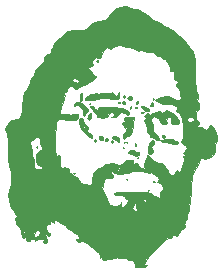
<source format=gbr>
G04 #@! TF.GenerationSoftware,KiCad,Pcbnew,(5.1.2)-2*
G04 #@! TF.CreationDate,2021-11-10T11:28:23-03:00*
G04 #@! TF.ProjectId,MAG_Plus,4d41475f-506c-4757-932e-6b696361645f,rev?*
G04 #@! TF.SameCoordinates,Original*
G04 #@! TF.FileFunction,Legend,Bot*
G04 #@! TF.FilePolarity,Positive*
%FSLAX46Y46*%
G04 Gerber Fmt 4.6, Leading zero omitted, Abs format (unit mm)*
G04 Created by KiCad (PCBNEW (5.1.2)-2) date 2021-11-10 11:28:23*
%MOMM*%
%LPD*%
G04 APERTURE LIST*
%ADD10C,0.010000*%
G04 APERTURE END LIST*
D10*
G36*
X156507200Y-180512000D02*
G01*
X156558000Y-180562800D01*
X156608800Y-180512000D01*
X156558000Y-180461200D01*
X156507200Y-180512000D01*
X156507200Y-180512000D01*
G37*
X156507200Y-180512000D02*
X156558000Y-180562800D01*
X156608800Y-180512000D01*
X156558000Y-180461200D01*
X156507200Y-180512000D01*
G36*
X161591335Y-173219752D02*
G01*
X161587200Y-173247600D01*
X161621865Y-173346558D01*
X161632004Y-173349200D01*
X161718747Y-173278005D01*
X161739600Y-173247600D01*
X161731545Y-173153977D01*
X161694797Y-173146000D01*
X161591335Y-173219752D01*
X161591335Y-173219752D01*
G37*
X161591335Y-173219752D02*
X161587200Y-173247600D01*
X161621865Y-173346558D01*
X161632004Y-173349200D01*
X161718747Y-173278005D01*
X161739600Y-173247600D01*
X161731545Y-173153977D01*
X161694797Y-173146000D01*
X161591335Y-173219752D01*
G36*
X163865749Y-176174932D02*
G01*
X163856267Y-176244800D01*
X163902119Y-176380131D01*
X163940934Y-176397200D01*
X164016118Y-176314667D01*
X164025600Y-176244800D01*
X163979749Y-176109468D01*
X163940934Y-176092400D01*
X163865749Y-176174932D01*
X163865749Y-176174932D01*
G37*
X163865749Y-176174932D02*
X163856267Y-176244800D01*
X163902119Y-176380131D01*
X163940934Y-176397200D01*
X164016118Y-176314667D01*
X164025600Y-176244800D01*
X163979749Y-176109468D01*
X163940934Y-176092400D01*
X163865749Y-176174932D01*
G36*
X164266515Y-176257527D02*
G01*
X164228800Y-176346400D01*
X164313504Y-176470513D01*
X164432000Y-176498800D01*
X164597486Y-176435272D01*
X164635200Y-176346400D01*
X164550497Y-176222286D01*
X164432000Y-176194000D01*
X164266515Y-176257527D01*
X164266515Y-176257527D01*
G37*
X164266515Y-176257527D02*
X164228800Y-176346400D01*
X164313504Y-176470513D01*
X164432000Y-176498800D01*
X164597486Y-176435272D01*
X164635200Y-176346400D01*
X164550497Y-176222286D01*
X164432000Y-176194000D01*
X164266515Y-176257527D01*
G36*
X166362400Y-176448000D02*
G01*
X166413200Y-176498800D01*
X166464000Y-176448000D01*
X166413200Y-176397200D01*
X166362400Y-176448000D01*
X166362400Y-176448000D01*
G37*
X166362400Y-176448000D02*
X166413200Y-176498800D01*
X166464000Y-176448000D01*
X166413200Y-176397200D01*
X166362400Y-176448000D01*
G36*
X160238581Y-176063565D02*
G01*
X160190476Y-176264938D01*
X160187865Y-176469783D01*
X160238604Y-176592434D01*
X160264787Y-176600400D01*
X160369269Y-176519295D01*
X160380967Y-176473400D01*
X160402106Y-176271077D01*
X160417479Y-176126471D01*
X160394189Y-175967414D01*
X160324321Y-175951326D01*
X160238581Y-176063565D01*
X160238581Y-176063565D01*
G37*
X160238581Y-176063565D02*
X160190476Y-176264938D01*
X160187865Y-176469783D01*
X160238604Y-176592434D01*
X160264787Y-176600400D01*
X160369269Y-176519295D01*
X160380967Y-176473400D01*
X160402106Y-176271077D01*
X160417479Y-176126471D01*
X160394189Y-175967414D01*
X160324321Y-175951326D01*
X160238581Y-176063565D01*
G36*
X162914877Y-175865735D02*
G01*
X162827753Y-175950883D01*
X162676080Y-175936462D01*
X162429563Y-175921389D01*
X162105660Y-175956352D01*
X162020207Y-175973510D01*
X161716121Y-176019842D01*
X161567708Y-175981912D01*
X161548949Y-175953582D01*
X161507073Y-175934641D01*
X161493622Y-176016200D01*
X161403527Y-176166607D01*
X161307800Y-176192444D01*
X161190148Y-176175664D01*
X161262938Y-176105127D01*
X161282400Y-176092400D01*
X161362191Y-176018288D01*
X161261281Y-175993485D01*
X161206200Y-175992355D01*
X161027819Y-176029386D01*
X160977600Y-176092400D01*
X160896119Y-176184343D01*
X160836071Y-176194000D01*
X160713998Y-176252613D01*
X160622868Y-176375447D01*
X160609863Y-176482986D01*
X160650589Y-176506573D01*
X160807739Y-176529447D01*
X160876000Y-176540918D01*
X161050300Y-176536817D01*
X161354710Y-176499892D01*
X161688444Y-176444343D01*
X162041414Y-176385381D01*
X162317434Y-176351895D01*
X162450444Y-176350568D01*
X162606451Y-176379443D01*
X162882508Y-176418374D01*
X163023976Y-176435915D01*
X163311071Y-176462555D01*
X163455697Y-176434065D01*
X163516770Y-176322416D01*
X163539780Y-176190545D01*
X163546577Y-175979548D01*
X163501533Y-175889250D01*
X163500004Y-175889200D01*
X163425406Y-175971741D01*
X163416000Y-176041600D01*
X163357789Y-176175782D01*
X163224378Y-176172198D01*
X163077607Y-176043117D01*
X163032003Y-175965400D01*
X162949717Y-175839863D01*
X162914877Y-175865735D01*
X162914877Y-175865735D01*
G37*
X162914877Y-175865735D02*
X162827753Y-175950883D01*
X162676080Y-175936462D01*
X162429563Y-175921389D01*
X162105660Y-175956352D01*
X162020207Y-175973510D01*
X161716121Y-176019842D01*
X161567708Y-175981912D01*
X161548949Y-175953582D01*
X161507073Y-175934641D01*
X161493622Y-176016200D01*
X161403527Y-176166607D01*
X161307800Y-176192444D01*
X161190148Y-176175664D01*
X161262938Y-176105127D01*
X161282400Y-176092400D01*
X161362191Y-176018288D01*
X161261281Y-175993485D01*
X161206200Y-175992355D01*
X161027819Y-176029386D01*
X160977600Y-176092400D01*
X160896119Y-176184343D01*
X160836071Y-176194000D01*
X160713998Y-176252613D01*
X160622868Y-176375447D01*
X160609863Y-176482986D01*
X160650589Y-176506573D01*
X160807739Y-176529447D01*
X160876000Y-176540918D01*
X161050300Y-176536817D01*
X161354710Y-176499892D01*
X161688444Y-176444343D01*
X162041414Y-176385381D01*
X162317434Y-176351895D01*
X162450444Y-176350568D01*
X162606451Y-176379443D01*
X162882508Y-176418374D01*
X163023976Y-176435915D01*
X163311071Y-176462555D01*
X163455697Y-176434065D01*
X163516770Y-176322416D01*
X163539780Y-176190545D01*
X163546577Y-175979548D01*
X163501533Y-175889250D01*
X163500004Y-175889200D01*
X163425406Y-175971741D01*
X163416000Y-176041600D01*
X163357789Y-176175782D01*
X163224378Y-176172198D01*
X163077607Y-176043117D01*
X163032003Y-175965400D01*
X162949717Y-175839863D01*
X162914877Y-175865735D01*
G36*
X163449867Y-176735866D02*
G01*
X163463814Y-176796267D01*
X163517600Y-176803600D01*
X163601229Y-176766426D01*
X163585334Y-176735866D01*
X163464758Y-176723707D01*
X163449867Y-176735866D01*
X163449867Y-176735866D01*
G37*
X163449867Y-176735866D02*
X163463814Y-176796267D01*
X163517600Y-176803600D01*
X163601229Y-176766426D01*
X163585334Y-176735866D01*
X163464758Y-176723707D01*
X163449867Y-176735866D01*
G36*
X160977600Y-176854400D02*
G01*
X161028400Y-176905200D01*
X161079200Y-176854400D01*
X161028400Y-176803600D01*
X160977600Y-176854400D01*
X160977600Y-176854400D01*
G37*
X160977600Y-176854400D02*
X161028400Y-176905200D01*
X161079200Y-176854400D01*
X161028400Y-176803600D01*
X160977600Y-176854400D01*
G36*
X163811411Y-176724763D02*
G01*
X163807160Y-176752800D01*
X163886258Y-176871929D01*
X163916380Y-176885726D01*
X164009023Y-176836682D01*
X164025600Y-176752800D01*
X163974049Y-176626351D01*
X163916380Y-176619873D01*
X163811411Y-176724763D01*
X163811411Y-176724763D01*
G37*
X163811411Y-176724763D02*
X163807160Y-176752800D01*
X163886258Y-176871929D01*
X163916380Y-176885726D01*
X164009023Y-176836682D01*
X164025600Y-176752800D01*
X163974049Y-176626351D01*
X163916380Y-176619873D01*
X163811411Y-176724763D01*
G36*
X164951463Y-176682691D02*
G01*
X164940000Y-176752800D01*
X164994862Y-176888006D01*
X165041600Y-176905200D01*
X165131738Y-176822908D01*
X165143200Y-176752800D01*
X165088339Y-176617593D01*
X165041600Y-176600400D01*
X164951463Y-176682691D01*
X164951463Y-176682691D01*
G37*
X164951463Y-176682691D02*
X164940000Y-176752800D01*
X164994862Y-176888006D01*
X165041600Y-176905200D01*
X165131738Y-176822908D01*
X165143200Y-176752800D01*
X165088339Y-176617593D01*
X165041600Y-176600400D01*
X164951463Y-176682691D01*
G36*
X166237428Y-176848973D02*
G01*
X166173666Y-177026180D01*
X166247577Y-177063041D01*
X166352959Y-177012634D01*
X166433697Y-176873738D01*
X166412157Y-176801912D01*
X166325366Y-176743064D01*
X166237428Y-176848973D01*
X166237428Y-176848973D01*
G37*
X166237428Y-176848973D02*
X166173666Y-177026180D01*
X166247577Y-177063041D01*
X166352959Y-177012634D01*
X166433697Y-176873738D01*
X166412157Y-176801912D01*
X166325366Y-176743064D01*
X166237428Y-176848973D01*
G36*
X164872267Y-177142266D02*
G01*
X164886214Y-177202667D01*
X164940000Y-177210000D01*
X165023629Y-177172826D01*
X165007734Y-177142266D01*
X164887158Y-177130107D01*
X164872267Y-177142266D01*
X164872267Y-177142266D01*
G37*
X164872267Y-177142266D02*
X164886214Y-177202667D01*
X164940000Y-177210000D01*
X165023629Y-177172826D01*
X165007734Y-177142266D01*
X164887158Y-177130107D01*
X164872267Y-177142266D01*
G36*
X164464196Y-177089350D02*
G01*
X164452084Y-177248138D01*
X164472217Y-177284083D01*
X164518396Y-177253782D01*
X164525579Y-177150733D01*
X164500767Y-177042322D01*
X164464196Y-177089350D01*
X164464196Y-177089350D01*
G37*
X164464196Y-177089350D02*
X164452084Y-177248138D01*
X164472217Y-177284083D01*
X164518396Y-177253782D01*
X164525579Y-177150733D01*
X164500767Y-177042322D01*
X164464196Y-177089350D01*
G36*
X165373014Y-177048420D02*
G01*
X165368441Y-177052492D01*
X165403319Y-177142523D01*
X165541134Y-177303133D01*
X165757747Y-177464168D01*
X165939992Y-177509800D01*
X166038622Y-177435959D01*
X166039650Y-177344306D01*
X165938558Y-177222551D01*
X165736226Y-177107641D01*
X165518947Y-177037092D01*
X165373014Y-177048420D01*
X165373014Y-177048420D01*
G37*
X165373014Y-177048420D02*
X165368441Y-177052492D01*
X165403319Y-177142523D01*
X165541134Y-177303133D01*
X165757747Y-177464168D01*
X165939992Y-177509800D01*
X166038622Y-177435959D01*
X166039650Y-177344306D01*
X165938558Y-177222551D01*
X165736226Y-177107641D01*
X165518947Y-177037092D01*
X165373014Y-177048420D01*
G36*
X165373917Y-177555016D02*
G01*
X165404218Y-177601195D01*
X165507267Y-177608378D01*
X165615678Y-177583566D01*
X165568650Y-177546995D01*
X165409862Y-177534883D01*
X165373917Y-177555016D01*
X165373917Y-177555016D01*
G37*
X165373917Y-177555016D02*
X165404218Y-177601195D01*
X165507267Y-177608378D01*
X165615678Y-177583566D01*
X165568650Y-177546995D01*
X165409862Y-177534883D01*
X165373917Y-177555016D01*
G36*
X159829201Y-176785305D02*
G01*
X159793215Y-176825377D01*
X159672430Y-176973133D01*
X159706375Y-177011953D01*
X159893408Y-176983338D01*
X160132586Y-176981992D01*
X160241346Y-177095558D01*
X160363716Y-177284264D01*
X160427090Y-177336760D01*
X160508728Y-177485026D01*
X160502100Y-177604694D01*
X160509423Y-177794222D01*
X160562349Y-177864929D01*
X160651162Y-177842648D01*
X160672800Y-177723996D01*
X160714253Y-177555670D01*
X160774400Y-177514800D01*
X160864538Y-177432508D01*
X160876000Y-177362400D01*
X160821139Y-177227193D01*
X160774400Y-177210000D01*
X160678326Y-177129551D01*
X160670301Y-177083000D01*
X160585667Y-176959207D01*
X160379655Y-176814449D01*
X160324115Y-176785196D01*
X160092115Y-176681163D01*
X159955217Y-176679074D01*
X159829201Y-176785305D01*
X159829201Y-176785305D01*
G37*
X159829201Y-176785305D02*
X159793215Y-176825377D01*
X159672430Y-176973133D01*
X159706375Y-177011953D01*
X159893408Y-176983338D01*
X160132586Y-176981992D01*
X160241346Y-177095558D01*
X160363716Y-177284264D01*
X160427090Y-177336760D01*
X160508728Y-177485026D01*
X160502100Y-177604694D01*
X160509423Y-177794222D01*
X160562349Y-177864929D01*
X160651162Y-177842648D01*
X160672800Y-177723996D01*
X160714253Y-177555670D01*
X160774400Y-177514800D01*
X160864538Y-177432508D01*
X160876000Y-177362400D01*
X160821139Y-177227193D01*
X160774400Y-177210000D01*
X160678326Y-177129551D01*
X160670301Y-177083000D01*
X160585667Y-176959207D01*
X160379655Y-176814449D01*
X160324115Y-176785196D01*
X160092115Y-176681163D01*
X159955217Y-176679074D01*
X159829201Y-176785305D01*
G36*
X161094914Y-177063804D02*
G01*
X161108664Y-177182789D01*
X161237440Y-177277099D01*
X161349545Y-177391169D01*
X161347080Y-177464466D01*
X161392726Y-177591567D01*
X161564543Y-177712335D01*
X161735474Y-177810987D01*
X161731936Y-177890235D01*
X161683502Y-177926624D01*
X161666078Y-177984084D01*
X161842128Y-178014901D01*
X162069800Y-178021244D01*
X162427631Y-177999761D01*
X162592027Y-177931922D01*
X162604756Y-177895800D01*
X162672230Y-177666551D01*
X162832105Y-177560029D01*
X162941523Y-177573028D01*
X163091214Y-177702140D01*
X163078850Y-177857810D01*
X162933400Y-177952764D01*
X162827939Y-177989011D01*
X162917307Y-178001996D01*
X162958800Y-178002993D01*
X163193204Y-177981592D01*
X163289000Y-177955512D01*
X163407057Y-177823734D01*
X163416000Y-177771203D01*
X163495212Y-177617776D01*
X163690272Y-177569782D01*
X163937322Y-177637811D01*
X163999978Y-177674353D01*
X164227698Y-177775667D01*
X164357526Y-177731514D01*
X164367308Y-177604122D01*
X164244481Y-177441264D01*
X164041654Y-177291050D01*
X163811436Y-177201588D01*
X163771600Y-177195696D01*
X163039063Y-177129024D01*
X162456114Y-177095506D01*
X162035264Y-177095120D01*
X161789028Y-177127842D01*
X161729916Y-177193651D01*
X161733021Y-177199353D01*
X161706843Y-177307591D01*
X161642618Y-177346569D01*
X161495332Y-177313658D01*
X161433155Y-177204815D01*
X161319662Y-177042838D01*
X161224754Y-177006800D01*
X161094914Y-177063804D01*
X161094914Y-177063804D01*
G37*
X161094914Y-177063804D02*
X161108664Y-177182789D01*
X161237440Y-177277099D01*
X161349545Y-177391169D01*
X161347080Y-177464466D01*
X161392726Y-177591567D01*
X161564543Y-177712335D01*
X161735474Y-177810987D01*
X161731936Y-177890235D01*
X161683502Y-177926624D01*
X161666078Y-177984084D01*
X161842128Y-178014901D01*
X162069800Y-178021244D01*
X162427631Y-177999761D01*
X162592027Y-177931922D01*
X162604756Y-177895800D01*
X162672230Y-177666551D01*
X162832105Y-177560029D01*
X162941523Y-177573028D01*
X163091214Y-177702140D01*
X163078850Y-177857810D01*
X162933400Y-177952764D01*
X162827939Y-177989011D01*
X162917307Y-178001996D01*
X162958800Y-178002993D01*
X163193204Y-177981592D01*
X163289000Y-177955512D01*
X163407057Y-177823734D01*
X163416000Y-177771203D01*
X163495212Y-177617776D01*
X163690272Y-177569782D01*
X163937322Y-177637811D01*
X163999978Y-177674353D01*
X164227698Y-177775667D01*
X164357526Y-177731514D01*
X164367308Y-177604122D01*
X164244481Y-177441264D01*
X164041654Y-177291050D01*
X163811436Y-177201588D01*
X163771600Y-177195696D01*
X163039063Y-177129024D01*
X162456114Y-177095506D01*
X162035264Y-177095120D01*
X161789028Y-177127842D01*
X161729916Y-177193651D01*
X161733021Y-177199353D01*
X161706843Y-177307591D01*
X161642618Y-177346569D01*
X161495332Y-177313658D01*
X161433155Y-177204815D01*
X161319662Y-177042838D01*
X161224754Y-177006800D01*
X161094914Y-177063804D01*
G36*
X161035058Y-177645925D02*
G01*
X160931929Y-177784115D01*
X160855253Y-177961238D01*
X160847373Y-178094743D01*
X160942352Y-178219703D01*
X161039399Y-178157227D01*
X161109184Y-177946600D01*
X161134708Y-177729182D01*
X161119979Y-177623816D01*
X161035058Y-177645925D01*
X161035058Y-177645925D01*
G37*
X161035058Y-177645925D02*
X160931929Y-177784115D01*
X160855253Y-177961238D01*
X160847373Y-178094743D01*
X160942352Y-178219703D01*
X161039399Y-178157227D01*
X161109184Y-177946600D01*
X161134708Y-177729182D01*
X161119979Y-177623816D01*
X161035058Y-177645925D01*
G36*
X160172651Y-178084397D02*
G01*
X160154789Y-178149800D01*
X160138690Y-178498704D01*
X160177662Y-178742157D01*
X160301467Y-178958298D01*
X160539865Y-179225264D01*
X160580460Y-179267400D01*
X160901143Y-179570878D01*
X161127867Y-179724238D01*
X161251211Y-179723276D01*
X161263412Y-179572200D01*
X161147462Y-179418630D01*
X161001963Y-179361933D01*
X160819080Y-179269605D01*
X160780732Y-179113365D01*
X160886739Y-178981363D01*
X160903762Y-178870864D01*
X160875106Y-178835600D01*
X160672800Y-178835600D01*
X160595485Y-178934247D01*
X160571200Y-178937200D01*
X160472553Y-178859884D01*
X160469600Y-178835600D01*
X160546916Y-178736952D01*
X160571200Y-178734000D01*
X160669848Y-178811315D01*
X160672800Y-178835600D01*
X160875106Y-178835600D01*
X160748247Y-178679493D01*
X160734339Y-178666455D01*
X160554483Y-178446359D01*
X160470432Y-178238457D01*
X160469600Y-178221888D01*
X160407650Y-178074565D01*
X160279712Y-178022104D01*
X160172651Y-178084397D01*
X160172651Y-178084397D01*
G37*
X160172651Y-178084397D02*
X160154789Y-178149800D01*
X160138690Y-178498704D01*
X160177662Y-178742157D01*
X160301467Y-178958298D01*
X160539865Y-179225264D01*
X160580460Y-179267400D01*
X160901143Y-179570878D01*
X161127867Y-179724238D01*
X161251211Y-179723276D01*
X161263412Y-179572200D01*
X161147462Y-179418630D01*
X161001963Y-179361933D01*
X160819080Y-179269605D01*
X160780732Y-179113365D01*
X160886739Y-178981363D01*
X160903762Y-178870864D01*
X160875106Y-178835600D01*
X160672800Y-178835600D01*
X160595485Y-178934247D01*
X160571200Y-178937200D01*
X160472553Y-178859884D01*
X160469600Y-178835600D01*
X160546916Y-178736952D01*
X160571200Y-178734000D01*
X160669848Y-178811315D01*
X160672800Y-178835600D01*
X160875106Y-178835600D01*
X160748247Y-178679493D01*
X160734339Y-178666455D01*
X160554483Y-178446359D01*
X160470432Y-178238457D01*
X160469600Y-178221888D01*
X160407650Y-178074565D01*
X160279712Y-178022104D01*
X160172651Y-178084397D01*
G36*
X167189821Y-179519032D02*
G01*
X167175200Y-179591603D01*
X167228246Y-179730614D01*
X167276800Y-179750000D01*
X167375492Y-179677078D01*
X167378400Y-179654396D01*
X167304548Y-179516795D01*
X167276800Y-179496000D01*
X167189821Y-179519032D01*
X167189821Y-179519032D01*
G37*
X167189821Y-179519032D02*
X167175200Y-179591603D01*
X167228246Y-179730614D01*
X167276800Y-179750000D01*
X167375492Y-179677078D01*
X167378400Y-179654396D01*
X167304548Y-179516795D01*
X167276800Y-179496000D01*
X167189821Y-179519032D01*
G36*
X164356159Y-177957227D02*
G01*
X164084183Y-177989119D01*
X163965778Y-178080121D01*
X163950191Y-178147558D01*
X163994804Y-178304116D01*
X164057315Y-178337727D01*
X164070109Y-178366839D01*
X163944905Y-178413927D01*
X163785149Y-178478344D01*
X163793531Y-178578171D01*
X163868955Y-178683200D01*
X164026099Y-178886400D01*
X163962549Y-178683200D01*
X163928763Y-178553482D01*
X163972977Y-178582358D01*
X164063878Y-178700344D01*
X164162945Y-178925906D01*
X164147852Y-179128896D01*
X164028424Y-179237918D01*
X163989330Y-179242201D01*
X163901491Y-179330853D01*
X163852101Y-179544068D01*
X163851891Y-179547001D01*
X163869663Y-179773613D01*
X163942512Y-179850571D01*
X164038104Y-179754492D01*
X164062342Y-179699200D01*
X164191169Y-179564155D01*
X164263971Y-179546800D01*
X164467399Y-179462795D01*
X164608390Y-179204406D01*
X164691372Y-178762069D01*
X164705555Y-178592985D01*
X164748566Y-177946938D01*
X164356159Y-177957227D01*
X164356159Y-177957227D01*
G37*
X164356159Y-177957227D02*
X164084183Y-177989119D01*
X163965778Y-178080121D01*
X163950191Y-178147558D01*
X163994804Y-178304116D01*
X164057315Y-178337727D01*
X164070109Y-178366839D01*
X163944905Y-178413927D01*
X163785149Y-178478344D01*
X163793531Y-178578171D01*
X163868955Y-178683200D01*
X164026099Y-178886400D01*
X163962549Y-178683200D01*
X163928763Y-178553482D01*
X163972977Y-178582358D01*
X164063878Y-178700344D01*
X164162945Y-178925906D01*
X164147852Y-179128896D01*
X164028424Y-179237918D01*
X163989330Y-179242201D01*
X163901491Y-179330853D01*
X163852101Y-179544068D01*
X163851891Y-179547001D01*
X163869663Y-179773613D01*
X163942512Y-179850571D01*
X164038104Y-179754492D01*
X164062342Y-179699200D01*
X164191169Y-179564155D01*
X164263971Y-179546800D01*
X164467399Y-179462795D01*
X164608390Y-179204406D01*
X164691372Y-178762069D01*
X164705555Y-178592985D01*
X164748566Y-177946938D01*
X164356159Y-177957227D01*
G36*
X161851133Y-179621533D02*
G01*
X161787490Y-179789795D01*
X161880205Y-179925180D01*
X161993600Y-179953200D01*
X162158381Y-179894236D01*
X162196800Y-179811670D01*
X162123239Y-179666687D01*
X161969918Y-179590112D01*
X161851133Y-179621533D01*
X161851133Y-179621533D01*
G37*
X161851133Y-179621533D02*
X161787490Y-179789795D01*
X161880205Y-179925180D01*
X161993600Y-179953200D01*
X162158381Y-179894236D01*
X162196800Y-179811670D01*
X162123239Y-179666687D01*
X161969918Y-179590112D01*
X161851133Y-179621533D01*
G36*
X167389274Y-177461753D02*
G01*
X167297120Y-177535120D01*
X167151963Y-177601701D01*
X167063321Y-177545160D01*
X166889548Y-177492258D01*
X166633519Y-177523798D01*
X166386492Y-177618472D01*
X166250287Y-177735010D01*
X166150802Y-177805917D01*
X166028024Y-177735614D01*
X165880436Y-177672072D01*
X165747414Y-177775290D01*
X165664847Y-177919395D01*
X165739902Y-178014787D01*
X165745430Y-178018244D01*
X165823874Y-178097808D01*
X165749728Y-178142357D01*
X165673641Y-178218986D01*
X165732195Y-178390594D01*
X165738231Y-178401977D01*
X165825921Y-178669262D01*
X165854400Y-178918080D01*
X165903002Y-179177537D01*
X166005682Y-179342671D01*
X166107035Y-179484461D01*
X166103127Y-179555333D01*
X166146458Y-179639868D01*
X166307445Y-179707235D01*
X166499585Y-179785707D01*
X166565600Y-179862614D01*
X166650792Y-179936244D01*
X166768800Y-179953200D01*
X166934186Y-179936711D01*
X166972000Y-179914013D01*
X166933038Y-179797909D01*
X166843330Y-179625035D01*
X166743641Y-179464299D01*
X166674738Y-179384610D01*
X166664595Y-179394400D01*
X166612550Y-179405098D01*
X166513757Y-179301772D01*
X166416745Y-179039231D01*
X166425648Y-178872975D01*
X166403992Y-178595876D01*
X166322062Y-178475947D01*
X166215635Y-178291738D01*
X166264577Y-178117344D01*
X166402578Y-177959491D01*
X166500665Y-177921200D01*
X166669615Y-177997354D01*
X166867886Y-178176457D01*
X167024968Y-178384472D01*
X167073600Y-178522818D01*
X167145115Y-178607564D01*
X167234310Y-178592470D01*
X167424067Y-178537766D01*
X167482476Y-178530800D01*
X167538987Y-178449107D01*
X167534024Y-178344340D01*
X167547738Y-178098016D01*
X167670825Y-177956306D01*
X167833438Y-177957111D01*
X167951238Y-178066688D01*
X167945230Y-178290577D01*
X167941664Y-178307277D01*
X167916526Y-178497387D01*
X167989438Y-178578700D01*
X168210787Y-178601280D01*
X168238373Y-178602105D01*
X168479075Y-178592283D01*
X168578588Y-178513929D01*
X168597600Y-178334767D01*
X168549490Y-178123630D01*
X168380458Y-177917867D01*
X168149191Y-177735223D01*
X167807748Y-177513545D01*
X167568352Y-177425655D01*
X167389274Y-177461753D01*
X167389274Y-177461753D01*
G37*
X167389274Y-177461753D02*
X167297120Y-177535120D01*
X167151963Y-177601701D01*
X167063321Y-177545160D01*
X166889548Y-177492258D01*
X166633519Y-177523798D01*
X166386492Y-177618472D01*
X166250287Y-177735010D01*
X166150802Y-177805917D01*
X166028024Y-177735614D01*
X165880436Y-177672072D01*
X165747414Y-177775290D01*
X165664847Y-177919395D01*
X165739902Y-178014787D01*
X165745430Y-178018244D01*
X165823874Y-178097808D01*
X165749728Y-178142357D01*
X165673641Y-178218986D01*
X165732195Y-178390594D01*
X165738231Y-178401977D01*
X165825921Y-178669262D01*
X165854400Y-178918080D01*
X165903002Y-179177537D01*
X166005682Y-179342671D01*
X166107035Y-179484461D01*
X166103127Y-179555333D01*
X166146458Y-179639868D01*
X166307445Y-179707235D01*
X166499585Y-179785707D01*
X166565600Y-179862614D01*
X166650792Y-179936244D01*
X166768800Y-179953200D01*
X166934186Y-179936711D01*
X166972000Y-179914013D01*
X166933038Y-179797909D01*
X166843330Y-179625035D01*
X166743641Y-179464299D01*
X166674738Y-179384610D01*
X166664595Y-179394400D01*
X166612550Y-179405098D01*
X166513757Y-179301772D01*
X166416745Y-179039231D01*
X166425648Y-178872975D01*
X166403992Y-178595876D01*
X166322062Y-178475947D01*
X166215635Y-178291738D01*
X166264577Y-178117344D01*
X166402578Y-177959491D01*
X166500665Y-177921200D01*
X166669615Y-177997354D01*
X166867886Y-178176457D01*
X167024968Y-178384472D01*
X167073600Y-178522818D01*
X167145115Y-178607564D01*
X167234310Y-178592470D01*
X167424067Y-178537766D01*
X167482476Y-178530800D01*
X167538987Y-178449107D01*
X167534024Y-178344340D01*
X167547738Y-178098016D01*
X167670825Y-177956306D01*
X167833438Y-177957111D01*
X167951238Y-178066688D01*
X167945230Y-178290577D01*
X167941664Y-178307277D01*
X167916526Y-178497387D01*
X167989438Y-178578700D01*
X168210787Y-178601280D01*
X168238373Y-178602105D01*
X168479075Y-178592283D01*
X168578588Y-178513929D01*
X168597600Y-178334767D01*
X168549490Y-178123630D01*
X168380458Y-177917867D01*
X168149191Y-177735223D01*
X167807748Y-177513545D01*
X167568352Y-177425655D01*
X167389274Y-177461753D01*
G36*
X161386953Y-179928915D02*
G01*
X161384000Y-179953200D01*
X161461316Y-180051847D01*
X161485600Y-180054800D01*
X161584248Y-179977484D01*
X161587200Y-179953200D01*
X161509885Y-179854552D01*
X161485600Y-179851600D01*
X161386953Y-179928915D01*
X161386953Y-179928915D01*
G37*
X161386953Y-179928915D02*
X161384000Y-179953200D01*
X161461316Y-180051847D01*
X161485600Y-180054800D01*
X161584248Y-179977484D01*
X161587200Y-179953200D01*
X161509885Y-179854552D01*
X161485600Y-179851600D01*
X161386953Y-179928915D01*
G36*
X162315547Y-179801679D02*
G01*
X162298400Y-179845603D01*
X162365625Y-179978275D01*
X162495931Y-180010046D01*
X162538229Y-179984304D01*
X162600035Y-179836820D01*
X162491290Y-179752948D01*
X162450800Y-179750000D01*
X162315547Y-179801679D01*
X162315547Y-179801679D01*
G37*
X162315547Y-179801679D02*
X162298400Y-179845603D01*
X162365625Y-179978275D01*
X162495931Y-180010046D01*
X162538229Y-179984304D01*
X162600035Y-179836820D01*
X162491290Y-179752948D01*
X162450800Y-179750000D01*
X162315547Y-179801679D01*
G36*
X162809353Y-180030515D02*
G01*
X162806400Y-180054800D01*
X162883716Y-180153447D01*
X162908000Y-180156400D01*
X163006648Y-180079084D01*
X163009600Y-180054800D01*
X162932285Y-179956152D01*
X162908000Y-179953200D01*
X162809353Y-180030515D01*
X162809353Y-180030515D01*
G37*
X162809353Y-180030515D02*
X162806400Y-180054800D01*
X162883716Y-180153447D01*
X162908000Y-180156400D01*
X163006648Y-180079084D01*
X163009600Y-180054800D01*
X162932285Y-179956152D01*
X162908000Y-179953200D01*
X162809353Y-180030515D01*
G36*
X162976915Y-179627535D02*
G01*
X162908000Y-179716796D01*
X162989120Y-179837689D01*
X163053143Y-179851600D01*
X163238024Y-179918516D01*
X163357943Y-180011257D01*
X163475582Y-180107357D01*
X163514466Y-180037544D01*
X163517600Y-179921188D01*
X163474417Y-179732678D01*
X163306454Y-179643820D01*
X163212800Y-179626727D01*
X162976915Y-179627535D01*
X162976915Y-179627535D01*
G37*
X162976915Y-179627535D02*
X162908000Y-179716796D01*
X162989120Y-179837689D01*
X163053143Y-179851600D01*
X163238024Y-179918516D01*
X163357943Y-180011257D01*
X163475582Y-180107357D01*
X163514466Y-180037544D01*
X163517600Y-179921188D01*
X163474417Y-179732678D01*
X163306454Y-179643820D01*
X163212800Y-179626727D01*
X162976915Y-179627535D01*
G36*
X163924000Y-180105600D02*
G01*
X163974800Y-180156400D01*
X164025600Y-180105600D01*
X163974800Y-180054800D01*
X163924000Y-180105600D01*
X163924000Y-180105600D01*
G37*
X163924000Y-180105600D02*
X163974800Y-180156400D01*
X164025600Y-180105600D01*
X163974800Y-180054800D01*
X163924000Y-180105600D01*
G36*
X164127200Y-180105600D02*
G01*
X164178000Y-180156400D01*
X164228800Y-180105600D01*
X164178000Y-180054800D01*
X164127200Y-180105600D01*
X164127200Y-180105600D01*
G37*
X164127200Y-180105600D02*
X164178000Y-180156400D01*
X164228800Y-180105600D01*
X164178000Y-180054800D01*
X164127200Y-180105600D01*
G36*
X167449701Y-179829923D02*
G01*
X167207657Y-179884926D01*
X167081552Y-179961293D01*
X167096868Y-180028168D01*
X167264027Y-180054800D01*
X167480787Y-180087466D01*
X167777538Y-180168353D01*
X167848227Y-180191988D01*
X168127160Y-180268977D01*
X168335162Y-180291193D01*
X168369000Y-180285122D01*
X168485943Y-180158553D01*
X168496000Y-180100322D01*
X168428139Y-180006776D01*
X168326934Y-180024454D01*
X168212336Y-180037645D01*
X168224149Y-179982083D01*
X168198972Y-179886341D01*
X168013019Y-179826723D01*
X167706756Y-179811178D01*
X167449701Y-179829923D01*
X167449701Y-179829923D01*
G37*
X167449701Y-179829923D02*
X167207657Y-179884926D01*
X167081552Y-179961293D01*
X167096868Y-180028168D01*
X167264027Y-180054800D01*
X167480787Y-180087466D01*
X167777538Y-180168353D01*
X167848227Y-180191988D01*
X168127160Y-180268977D01*
X168335162Y-180291193D01*
X168369000Y-180285122D01*
X168485943Y-180158553D01*
X168496000Y-180100322D01*
X168428139Y-180006776D01*
X168326934Y-180024454D01*
X168212336Y-180037645D01*
X168224149Y-179982083D01*
X168198972Y-179886341D01*
X168013019Y-179826723D01*
X167706756Y-179811178D01*
X167449701Y-179829923D01*
G36*
X164870596Y-180238950D02*
G01*
X164858484Y-180397738D01*
X164878617Y-180433683D01*
X164924796Y-180403382D01*
X164931979Y-180300333D01*
X164907167Y-180191922D01*
X164870596Y-180238950D01*
X164870596Y-180238950D01*
G37*
X164870596Y-180238950D02*
X164858484Y-180397738D01*
X164878617Y-180433683D01*
X164924796Y-180403382D01*
X164931979Y-180300333D01*
X164907167Y-180191922D01*
X164870596Y-180238950D01*
G36*
X163856267Y-180495066D02*
G01*
X163844108Y-180615642D01*
X163856267Y-180630533D01*
X163916668Y-180616586D01*
X163924000Y-180562800D01*
X163886827Y-180479171D01*
X163856267Y-180495066D01*
X163856267Y-180495066D01*
G37*
X163856267Y-180495066D02*
X163844108Y-180615642D01*
X163856267Y-180630533D01*
X163916668Y-180616586D01*
X163924000Y-180562800D01*
X163886827Y-180479171D01*
X163856267Y-180495066D01*
G36*
X166171887Y-180054152D02*
G01*
X166030648Y-180338534D01*
X165982523Y-180601033D01*
X165959276Y-180887252D01*
X165986896Y-181025530D01*
X166083698Y-181068504D01*
X166145987Y-181070800D01*
X166313887Y-181017286D01*
X166362367Y-180825005D01*
X166362400Y-180816800D01*
X166305549Y-180607183D01*
X166184600Y-180556359D01*
X166092055Y-180536352D01*
X166184614Y-180479106D01*
X166235400Y-180458033D01*
X166374807Y-180341561D01*
X166460568Y-180169324D01*
X166470162Y-180015702D01*
X166387800Y-179954755D01*
X166171887Y-180054152D01*
X166171887Y-180054152D01*
G37*
X166171887Y-180054152D02*
X166030648Y-180338534D01*
X165982523Y-180601033D01*
X165959276Y-180887252D01*
X165986896Y-181025530D01*
X166083698Y-181068504D01*
X166145987Y-181070800D01*
X166313887Y-181017286D01*
X166362367Y-180825005D01*
X166362400Y-180816800D01*
X166305549Y-180607183D01*
X166184600Y-180556359D01*
X166092055Y-180536352D01*
X166184614Y-180479106D01*
X166235400Y-180458033D01*
X166374807Y-180341561D01*
X166460568Y-180169324D01*
X166470162Y-180015702D01*
X166387800Y-179954755D01*
X166171887Y-180054152D01*
G36*
X164551237Y-180754326D02*
G01*
X164351085Y-180829368D01*
X164256204Y-180937790D01*
X164310555Y-181047504D01*
X164498108Y-181150545D01*
X164749322Y-181226639D01*
X164994654Y-181255510D01*
X165164562Y-181216883D01*
X165177067Y-181206266D01*
X165247453Y-181057247D01*
X165202748Y-180940891D01*
X165093257Y-180932130D01*
X164932162Y-180906115D01*
X164883257Y-180837946D01*
X164759197Y-180752318D01*
X164551237Y-180754326D01*
X164551237Y-180754326D01*
G37*
X164551237Y-180754326D02*
X164351085Y-180829368D01*
X164256204Y-180937790D01*
X164310555Y-181047504D01*
X164498108Y-181150545D01*
X164749322Y-181226639D01*
X164994654Y-181255510D01*
X165164562Y-181216883D01*
X165177067Y-181206266D01*
X165247453Y-181057247D01*
X165202748Y-180940891D01*
X165093257Y-180932130D01*
X164932162Y-180906115D01*
X164883257Y-180837946D01*
X164759197Y-180752318D01*
X164551237Y-180754326D01*
G36*
X165041600Y-181426400D02*
G01*
X165092400Y-181477200D01*
X165143200Y-181426400D01*
X165092400Y-181375600D01*
X165041600Y-181426400D01*
X165041600Y-181426400D01*
G37*
X165041600Y-181426400D02*
X165092400Y-181477200D01*
X165143200Y-181426400D01*
X165092400Y-181375600D01*
X165041600Y-181426400D01*
G36*
X159656800Y-182747200D02*
G01*
X159707600Y-182798000D01*
X159758400Y-182747200D01*
X159707600Y-182696400D01*
X159656800Y-182747200D01*
X159656800Y-182747200D01*
G37*
X159656800Y-182747200D02*
X159707600Y-182798000D01*
X159758400Y-182747200D01*
X159707600Y-182696400D01*
X159656800Y-182747200D01*
G36*
X164127200Y-183255200D02*
G01*
X164178000Y-183306000D01*
X164228800Y-183255200D01*
X164178000Y-183204400D01*
X164127200Y-183255200D01*
X164127200Y-183255200D01*
G37*
X164127200Y-183255200D02*
X164178000Y-183306000D01*
X164228800Y-183255200D01*
X164178000Y-183204400D01*
X164127200Y-183255200D01*
G36*
X166396267Y-183441466D02*
G01*
X166410214Y-183501867D01*
X166464000Y-183509200D01*
X166547629Y-183472026D01*
X166531734Y-183441466D01*
X166411158Y-183429307D01*
X166396267Y-183441466D01*
X166396267Y-183441466D01*
G37*
X166396267Y-183441466D02*
X166410214Y-183501867D01*
X166464000Y-183509200D01*
X166547629Y-183472026D01*
X166531734Y-183441466D01*
X166411158Y-183429307D01*
X166396267Y-183441466D01*
G36*
X165956000Y-184169600D02*
G01*
X166006800Y-184220400D01*
X166057600Y-184169600D01*
X166006800Y-184118800D01*
X165956000Y-184169600D01*
X165956000Y-184169600D01*
G37*
X165956000Y-184169600D02*
X166006800Y-184220400D01*
X166057600Y-184169600D01*
X166006800Y-184118800D01*
X165956000Y-184169600D01*
G36*
X163637253Y-168652817D02*
G01*
X163210188Y-168845014D01*
X162866888Y-169159797D01*
X162701629Y-169451060D01*
X162521547Y-169644779D01*
X162280054Y-169725639D01*
X161811338Y-169814122D01*
X161489048Y-169902155D01*
X161257721Y-170012345D01*
X161061896Y-170167293D01*
X160967875Y-170260433D01*
X160694354Y-170495489D01*
X160431015Y-170594335D01*
X160260650Y-170606000D01*
X159667316Y-170629043D01*
X159239524Y-170704777D01*
X158944172Y-170843105D01*
X158748158Y-171053931D01*
X158744624Y-171059601D01*
X158539218Y-171311759D01*
X158307722Y-171490983D01*
X158287696Y-171500776D01*
X158094213Y-171654188D01*
X158031200Y-171812151D01*
X157964957Y-172000870D01*
X157886687Y-172062114D01*
X157787279Y-172192220D01*
X157791248Y-172305229D01*
X157767164Y-172465818D01*
X157581516Y-172613172D01*
X157486636Y-172661550D01*
X157242896Y-172814592D01*
X157173727Y-172969978D01*
X157180776Y-173013505D01*
X157132934Y-173216144D01*
X156911797Y-173502248D01*
X156817101Y-173598419D01*
X156589822Y-173849818D01*
X156440374Y-174071838D01*
X156405600Y-174176623D01*
X156350372Y-174364737D01*
X156297733Y-174419873D01*
X156180749Y-174561776D01*
X156062927Y-174795449D01*
X155989536Y-175020976D01*
X155985323Y-175109386D01*
X155938116Y-175230803D01*
X155796685Y-175448325D01*
X155685783Y-175595280D01*
X155531748Y-175804558D01*
X155435093Y-175997176D01*
X155380241Y-176232108D01*
X155351616Y-176568327D01*
X155338362Y-176910582D01*
X155305502Y-177447292D01*
X155240209Y-177808974D01*
X155132194Y-178022586D01*
X154971168Y-178115090D01*
X154875156Y-178124400D01*
X154687416Y-178171760D01*
X154630343Y-178221562D01*
X154496798Y-178282559D01*
X154446547Y-178272309D01*
X154319042Y-178319784D01*
X154145702Y-178494172D01*
X154078818Y-178584883D01*
X153930060Y-178830767D01*
X153895738Y-179001613D01*
X153960618Y-179178828D01*
X153965832Y-179188642D01*
X154034912Y-179442530D01*
X154077781Y-179895954D01*
X154094270Y-180546924D01*
X154094425Y-180683905D01*
X154100413Y-181269575D01*
X154122830Y-181680381D01*
X154164420Y-181944201D01*
X154227931Y-182088909D01*
X154233451Y-182095506D01*
X154313281Y-182290119D01*
X154366523Y-182618902D01*
X154391619Y-183015739D01*
X154387010Y-183414514D01*
X154351137Y-183749111D01*
X154282441Y-183953413D01*
X154277405Y-183959888D01*
X154165671Y-184224771D01*
X154131410Y-184604681D01*
X154167658Y-185029820D01*
X154267452Y-185430388D01*
X154423827Y-185736588D01*
X154458773Y-185777714D01*
X154613476Y-185975075D01*
X154678397Y-186122846D01*
X154678400Y-186123481D01*
X154758203Y-186259783D01*
X154805400Y-186286998D01*
X154870002Y-186356600D01*
X154780000Y-186444765D01*
X154682366Y-186557215D01*
X154729267Y-186713153D01*
X154758042Y-186761432D01*
X154836659Y-186959422D01*
X154828246Y-187069332D01*
X154859251Y-187148158D01*
X154960760Y-187166800D01*
X155081944Y-187207313D01*
X155166130Y-187357676D01*
X155235477Y-187661122D01*
X155246156Y-187723642D01*
X155308473Y-188039041D01*
X155371156Y-188186826D01*
X155452836Y-188201762D01*
X155491200Y-188180842D01*
X155592395Y-188085074D01*
X155515244Y-187989427D01*
X155491200Y-187971865D01*
X155390374Y-187890885D01*
X155458827Y-187897559D01*
X155491200Y-187906761D01*
X155606275Y-188036381D01*
X155624473Y-188219296D01*
X155647386Y-188423084D01*
X155778845Y-188487024D01*
X155802273Y-188487600D01*
X155963933Y-188443842D01*
X155999200Y-188386000D01*
X156084295Y-188303451D01*
X156202400Y-188284400D01*
X156367349Y-188335333D01*
X156405600Y-188406319D01*
X156435589Y-188477005D01*
X156527521Y-188406319D01*
X156690038Y-188324092D01*
X156914302Y-188287872D01*
X157117623Y-188301103D01*
X157217311Y-188367232D01*
X157218400Y-188377533D01*
X157138259Y-188491259D01*
X157094021Y-188512126D01*
X157073091Y-188563771D01*
X157174701Y-188607210D01*
X157332361Y-188605684D01*
X157395422Y-188456673D01*
X157401126Y-188402688D01*
X157373349Y-188178848D01*
X157297988Y-188067595D01*
X157225783Y-187960733D01*
X157244288Y-187919846D01*
X157368993Y-187915263D01*
X157460900Y-187970055D01*
X157610120Y-188040870D01*
X157672639Y-187975197D01*
X157636584Y-187825468D01*
X157618691Y-187801492D01*
X156803511Y-187801492D01*
X156712533Y-187975525D01*
X156634200Y-188041368D01*
X156427771Y-188164792D01*
X156326186Y-188126320D01*
X156304000Y-187972342D01*
X156371732Y-187736470D01*
X155592800Y-187736470D01*
X155509836Y-187771986D01*
X155440400Y-187776400D01*
X155305169Y-187723229D01*
X155288000Y-187677988D01*
X155362474Y-187622086D01*
X155440400Y-187638058D01*
X155574082Y-187710172D01*
X155592800Y-187736470D01*
X156371732Y-187736470D01*
X156373590Y-187730001D01*
X156465621Y-187600265D01*
X156603276Y-187495770D01*
X156695995Y-187549362D01*
X156718065Y-187582122D01*
X156803511Y-187801492D01*
X157618691Y-187801492D01*
X157526906Y-187678505D01*
X157360156Y-187441126D01*
X157344107Y-187345709D01*
X155955135Y-187345709D01*
X155855267Y-187361978D01*
X155723490Y-187343299D01*
X155721917Y-187308616D01*
X155857898Y-187284362D01*
X155916650Y-187300595D01*
X155955135Y-187345709D01*
X157344107Y-187345709D01*
X157324300Y-187227961D01*
X157418742Y-187090274D01*
X157534071Y-187065200D01*
X157689937Y-187020475D01*
X157689659Y-186912800D01*
X157703779Y-186781529D01*
X157771923Y-186760400D01*
X157933535Y-186838807D01*
X157963913Y-186887400D01*
X158008641Y-186923037D01*
X158023179Y-186836600D01*
X158051370Y-186685451D01*
X158076193Y-186658800D01*
X158219420Y-186713683D01*
X158462819Y-186852057D01*
X158744745Y-187034510D01*
X159003552Y-187221628D01*
X159148800Y-187344577D01*
X159413244Y-187569082D01*
X159719854Y-187790223D01*
X159750568Y-187809997D01*
X160010107Y-188005295D01*
X160136578Y-188166269D01*
X160114446Y-188265659D01*
X160020867Y-188284400D01*
X159880339Y-188338344D01*
X159860000Y-188389188D01*
X159941556Y-188516238D01*
X160116711Y-188567476D01*
X160281193Y-188513329D01*
X160284937Y-188509703D01*
X160414204Y-188471391D01*
X160624749Y-188551626D01*
X160933478Y-188760378D01*
X161357299Y-189107614D01*
X161479738Y-189214173D01*
X161792023Y-189516232D01*
X161937966Y-189726526D01*
X161939295Y-189814071D01*
X161917609Y-189893782D01*
X161977902Y-189868901D01*
X162077597Y-189878895D01*
X162095200Y-189961650D01*
X162139918Y-190073642D01*
X162304820Y-190055160D01*
X162323800Y-190048840D01*
X162616654Y-189982569D01*
X162806400Y-189964238D01*
X163054310Y-189928276D01*
X163187400Y-189877048D01*
X163377309Y-189849331D01*
X163439938Y-189873993D01*
X163623522Y-189920124D01*
X163891612Y-189923469D01*
X163897138Y-189923005D01*
X164121609Y-189931857D01*
X164227556Y-189991526D01*
X164228800Y-190000626D01*
X164303061Y-190062940D01*
X164382494Y-190047844D01*
X164593933Y-190058462D01*
X164764846Y-190217488D01*
X164838294Y-190470793D01*
X164838400Y-190481240D01*
X164868293Y-190647821D01*
X164998081Y-190708579D01*
X165168600Y-190711014D01*
X165458895Y-190688480D01*
X165676600Y-190652764D01*
X165827243Y-190570603D01*
X165854400Y-190515338D01*
X165778643Y-190468256D01*
X165687825Y-190488298D01*
X165575041Y-190505091D01*
X165611625Y-190394438D01*
X165808113Y-190104281D01*
X166090976Y-189753518D01*
X166428306Y-189374508D01*
X166788191Y-188999613D01*
X167138721Y-188661194D01*
X167447987Y-188391611D01*
X167684077Y-188223226D01*
X167792457Y-188182800D01*
X167975270Y-188099859D01*
X168029133Y-188018957D01*
X168107553Y-187911756D01*
X168238231Y-187976527D01*
X168246378Y-187983233D01*
X168387825Y-188051663D01*
X168517399Y-187955870D01*
X168546745Y-187918475D01*
X168663775Y-187715695D01*
X168695969Y-187598600D01*
X168780227Y-187483733D01*
X168840730Y-187471600D01*
X168991377Y-187387874D01*
X169072860Y-187206830D01*
X169048652Y-187055252D01*
X169064608Y-186918701D01*
X169145606Y-186807480D01*
X169246745Y-186619808D01*
X169242317Y-186502165D01*
X169252265Y-186305082D01*
X169312106Y-186197617D01*
X169377793Y-186021312D01*
X169410868Y-185843096D01*
X165018963Y-185843096D01*
X164964292Y-185933505D01*
X164846473Y-185947600D01*
X164676779Y-185885999D01*
X164636756Y-185719000D01*
X164671049Y-185503588D01*
X164748685Y-185316802D01*
X164836025Y-185227289D01*
X164871808Y-185239342D01*
X164921611Y-185362405D01*
X164982512Y-185596737D01*
X164987005Y-185617400D01*
X165018963Y-185843096D01*
X169410868Y-185843096D01*
X169445386Y-185657109D01*
X169513058Y-185120273D01*
X169521326Y-185033200D01*
X165854400Y-185033200D01*
X165772109Y-185123337D01*
X165702000Y-185134800D01*
X165566794Y-185079938D01*
X165549600Y-185033200D01*
X165631892Y-184943062D01*
X165702000Y-184931600D01*
X165837207Y-184986461D01*
X165854400Y-185033200D01*
X169521326Y-185033200D01*
X169578982Y-184426072D01*
X169613150Y-183967773D01*
X167253595Y-183967773D01*
X167245804Y-184077503D01*
X167134941Y-184174455D01*
X167004471Y-184371238D01*
X167017719Y-184509188D01*
X167017453Y-184715157D01*
X166894013Y-184798223D01*
X166713550Y-184724706D01*
X166593298Y-184658840D01*
X166565600Y-184682869D01*
X166502968Y-184678481D01*
X166349815Y-184560707D01*
X166326232Y-184538945D01*
X166212392Y-184445934D01*
X166078424Y-184382557D01*
X165885172Y-184343036D01*
X165593481Y-184321593D01*
X165164197Y-184312452D01*
X164776832Y-184310323D01*
X164161078Y-184309109D01*
X163719550Y-184311495D01*
X163423272Y-184320410D01*
X163243272Y-184338785D01*
X163150576Y-184369547D01*
X163116210Y-184415627D01*
X163111200Y-184478712D01*
X163167900Y-184570106D01*
X163363273Y-184593669D01*
X163529341Y-184582520D01*
X163806640Y-184572935D01*
X163945462Y-184627874D01*
X163998391Y-184736922D01*
X164101607Y-184897419D01*
X164189850Y-184931600D01*
X164305916Y-184956691D01*
X164304247Y-185055678D01*
X164178895Y-185264129D01*
X164120282Y-185347715D01*
X163920612Y-185580144D01*
X163787435Y-185621361D01*
X163718703Y-185471443D01*
X163709015Y-185363400D01*
X163688552Y-185215681D01*
X163655196Y-185241505D01*
X163653491Y-185247643D01*
X163533015Y-185414831D01*
X163381284Y-185515385D01*
X163079480Y-185553996D01*
X162794773Y-185417692D01*
X162569541Y-185133181D01*
X162496987Y-184958068D01*
X162376286Y-184659695D01*
X162239200Y-184423239D01*
X162218671Y-184397827D01*
X162134449Y-184266139D01*
X162113539Y-184095668D01*
X162153507Y-183822549D01*
X162190241Y-183651223D01*
X162266875Y-183331778D01*
X162339267Y-183166273D01*
X162447237Y-183110281D01*
X162630606Y-183119377D01*
X162663526Y-183123194D01*
X162906397Y-183110074D01*
X163021736Y-183024615D01*
X162977881Y-182901373D01*
X162912438Y-182851542D01*
X162859119Y-182719902D01*
X162876775Y-182631225D01*
X162937698Y-182522530D01*
X163009036Y-182598005D01*
X163027922Y-182631147D01*
X163148837Y-182730560D01*
X163394343Y-182774296D01*
X163678366Y-182776581D01*
X163995503Y-182755691D01*
X164219485Y-182717482D01*
X164286384Y-182685423D01*
X164438034Y-182600482D01*
X164724775Y-182548434D01*
X165080802Y-182531665D01*
X165440308Y-182552562D01*
X165737487Y-182613512D01*
X165784544Y-182631089D01*
X166051019Y-182717742D01*
X166157415Y-182689325D01*
X166159200Y-182675468D01*
X166219312Y-182639984D01*
X166337000Y-182716010D01*
X166560948Y-182869316D01*
X166692600Y-182931768D01*
X166830963Y-183062568D01*
X166865475Y-183256972D01*
X166786379Y-183416969D01*
X166743400Y-183441912D01*
X166706183Y-183486777D01*
X166791858Y-183501178D01*
X166968251Y-183586031D01*
X167141814Y-183775517D01*
X167253595Y-183967773D01*
X169613150Y-183967773D01*
X169641332Y-183589772D01*
X169661049Y-183281352D01*
X169712652Y-182872570D01*
X169831246Y-182562471D01*
X170010867Y-182301531D01*
X170196356Y-182024198D01*
X170309041Y-181772536D01*
X170324801Y-181683410D01*
X170349682Y-181541830D01*
X170461634Y-181486275D01*
X170716618Y-181489959D01*
X170727382Y-181490728D01*
X171148891Y-181440295D01*
X171450811Y-181230476D01*
X171617302Y-180876608D01*
X171642298Y-180633945D01*
X169249770Y-180633945D01*
X169146718Y-180804510D01*
X169087415Y-180862736D01*
X168967390Y-181005305D01*
X168977733Y-181070395D01*
X168984843Y-181070800D01*
X169090695Y-181153197D01*
X169105600Y-181229196D01*
X169052934Y-181332863D01*
X168978600Y-181311293D01*
X168906544Y-181284657D01*
X168974387Y-181386562D01*
X168982056Y-181396070D01*
X169043715Y-181521312D01*
X169032058Y-181697097D01*
X168939455Y-181978281D01*
X168880456Y-182126632D01*
X168726233Y-182464699D01*
X168601344Y-182661740D01*
X168520086Y-182700346D01*
X168496000Y-182594800D01*
X168418685Y-182496152D01*
X168394400Y-182493200D01*
X168305041Y-182550449D01*
X168304832Y-182569400D01*
X168281634Y-182811932D01*
X168115000Y-182919823D01*
X167932725Y-182854213D01*
X167700960Y-182593930D01*
X167633237Y-182495473D01*
X167450536Y-182221023D01*
X167310155Y-182013241D01*
X167261915Y-181944063D01*
X167121708Y-181881379D01*
X166884526Y-181860941D01*
X166621034Y-181814094D01*
X166371845Y-181631820D01*
X166268352Y-181521078D01*
X166043964Y-181279198D01*
X165917360Y-181188506D01*
X165863050Y-181238655D01*
X165854400Y-181352993D01*
X165798038Y-181570361D01*
X165693182Y-181763757D01*
X165591470Y-181965000D01*
X165635521Y-182117383D01*
X165653825Y-182140762D01*
X165717992Y-182272989D01*
X165614454Y-182349465D01*
X165426361Y-182330577D01*
X165397003Y-182309844D01*
X163601638Y-182309844D01*
X163557530Y-182434090D01*
X163457930Y-182578265D01*
X163370812Y-182557479D01*
X163348267Y-182446772D01*
X163428012Y-182281324D01*
X163483734Y-182246760D01*
X163598839Y-182221170D01*
X163601638Y-182309844D01*
X165397003Y-182309844D01*
X165238802Y-182198121D01*
X165144028Y-182019855D01*
X165143200Y-182003327D01*
X165062169Y-181885728D01*
X164990800Y-181846858D01*
X164859975Y-181844746D01*
X164838400Y-181886788D01*
X164766201Y-181982873D01*
X164746312Y-181985200D01*
X164694050Y-181904288D01*
X164707362Y-181782000D01*
X164708237Y-181630140D01*
X164567289Y-181580450D01*
X164502960Y-181578800D01*
X164205113Y-181608104D01*
X164014377Y-181683326D01*
X163977301Y-181785430D01*
X163981113Y-181792213D01*
X163944168Y-181895119D01*
X163800249Y-181990633D01*
X163558094Y-182042805D01*
X163286942Y-181954924D01*
X163266473Y-181944462D01*
X163003647Y-181850820D01*
X162841604Y-181896544D01*
X162678751Y-181958440D01*
X162616820Y-181942817D01*
X162463801Y-181918804D01*
X162309862Y-181973246D01*
X162244181Y-182068116D01*
X162254180Y-182097446D01*
X162214140Y-182166227D01*
X162072826Y-182188400D01*
X161829177Y-182266795D01*
X161688800Y-182391600D01*
X161536153Y-182548402D01*
X161433992Y-182594800D01*
X161337961Y-182689859D01*
X161281268Y-182953519D01*
X161269628Y-183204400D01*
X161249580Y-183424199D01*
X161220517Y-183596044D01*
X161146822Y-183767442D01*
X160989980Y-183777751D01*
X160947593Y-183765642D01*
X160666089Y-183684519D01*
X160515960Y-183645559D01*
X160319062Y-183529426D01*
X160121920Y-183315603D01*
X160109560Y-183297571D01*
X159925068Y-183078373D01*
X159744942Y-182947283D01*
X159733000Y-182942962D01*
X159582799Y-182850556D01*
X159555200Y-182791153D01*
X159472099Y-182708690D01*
X159391930Y-182696400D01*
X159276481Y-182633709D01*
X159286547Y-182545549D01*
X159261428Y-182385833D01*
X159126716Y-182292818D01*
X157010524Y-182292818D01*
X156905045Y-182412026D01*
X156888200Y-182418524D01*
X156704550Y-182413552D01*
X156522686Y-182355366D01*
X156360705Y-182245175D01*
X156320396Y-182070578D01*
X156338499Y-181913574D01*
X156352655Y-181688836D01*
X156315629Y-181580552D01*
X156307147Y-181578800D01*
X156246815Y-181487540D01*
X156183461Y-181253034D01*
X156148107Y-181045400D01*
X156112438Y-180748703D01*
X156099011Y-180555044D01*
X156104942Y-180512000D01*
X156086572Y-180435777D01*
X156012280Y-180282439D01*
X155945955Y-180106873D01*
X156025768Y-180007304D01*
X156147512Y-179954754D01*
X156337791Y-179848451D01*
X156405600Y-179752514D01*
X156490365Y-179666980D01*
X156602005Y-179648400D01*
X156743442Y-179695597D01*
X156789669Y-179871494D01*
X156789609Y-179957924D01*
X156819409Y-180217105D01*
X156898005Y-180384644D01*
X157002778Y-180563239D01*
X156988061Y-180716723D01*
X156888200Y-180769192D01*
X156742735Y-180846801D01*
X156579267Y-181022384D01*
X156467114Y-181223066D01*
X156453838Y-181436009D01*
X156506983Y-181679591D01*
X156613923Y-181961769D01*
X156750372Y-182078213D01*
X156815917Y-182086800D01*
X156974117Y-182153672D01*
X157010524Y-182292818D01*
X159126716Y-182292818D01*
X159097088Y-182272361D01*
X158857186Y-182239936D01*
X158757881Y-182256513D01*
X158590500Y-182264777D01*
X158553099Y-182140629D01*
X158554353Y-182124297D01*
X158561595Y-181897272D01*
X158557999Y-181658825D01*
X156952454Y-181658825D01*
X156910412Y-181680400D01*
X156823087Y-181598059D01*
X156812000Y-181528000D01*
X156833738Y-181392444D01*
X156851930Y-181375600D01*
X156917443Y-181455046D01*
X156950342Y-181528000D01*
X156952454Y-181658825D01*
X158557999Y-181658825D01*
X158556965Y-181590345D01*
X158555298Y-181546553D01*
X158530266Y-181297295D01*
X158464317Y-181205505D01*
X158346530Y-181219857D01*
X158251797Y-181243085D01*
X158189118Y-181218304D01*
X158150440Y-181111841D01*
X158127707Y-180890024D01*
X158112863Y-180519178D01*
X158104290Y-180207200D01*
X158107501Y-179734662D01*
X158133826Y-179220420D01*
X158154621Y-178988000D01*
X158191328Y-178641692D01*
X158218161Y-178370752D01*
X158227735Y-178256432D01*
X158293037Y-178195855D01*
X158497494Y-178171465D01*
X158866933Y-178181315D01*
X159058222Y-178193794D01*
X159521332Y-178214884D01*
X159818524Y-178189575D01*
X159984219Y-178105457D01*
X160052836Y-177950119D01*
X160061645Y-177832014D01*
X160011615Y-177746576D01*
X159831620Y-177734355D01*
X159656800Y-177757015D01*
X159396035Y-177777681D01*
X159258907Y-177745462D01*
X159250400Y-177726292D01*
X159164159Y-177681112D01*
X158927821Y-177723100D01*
X158925395Y-177723794D01*
X158652003Y-177765202D01*
X158505793Y-177687804D01*
X158484776Y-177479674D01*
X158586959Y-177128887D01*
X158759529Y-176730165D01*
X158877050Y-176402583D01*
X158904930Y-176141033D01*
X158895520Y-176094665D01*
X158899427Y-175895991D01*
X158989395Y-175827029D01*
X159128708Y-175702456D01*
X159148800Y-175627904D01*
X159229074Y-175474033D01*
X159345989Y-175384417D01*
X159526278Y-175339296D01*
X159671749Y-175462744D01*
X159683255Y-175478874D01*
X159780938Y-175599364D01*
X159880063Y-175616946D01*
X160047714Y-175526863D01*
X160171867Y-175444224D01*
X160475733Y-175271225D01*
X160772688Y-175148969D01*
X160815273Y-175137173D01*
X161081029Y-175013779D01*
X161146068Y-174963440D01*
X160121021Y-174963440D01*
X159994819Y-175066924D01*
X159785213Y-175039608D01*
X159715910Y-175014729D01*
X159577706Y-174895505D01*
X159574701Y-174753356D01*
X159702675Y-174673032D01*
X159733000Y-174671555D01*
X159970152Y-174720833D01*
X160117013Y-174835145D01*
X160121021Y-174963440D01*
X161146068Y-174963440D01*
X161351382Y-174804531D01*
X161389436Y-174765780D01*
X161554444Y-174575705D01*
X161583139Y-174488316D01*
X161486966Y-174466812D01*
X161482410Y-174466800D01*
X161301689Y-174382025D01*
X161234579Y-174272985D01*
X161114165Y-174083480D01*
X161024533Y-174022174D01*
X160893904Y-173914310D01*
X160901193Y-173798460D01*
X161015960Y-173755599D01*
X161194017Y-173683922D01*
X161282400Y-173603199D01*
X161350407Y-173476955D01*
X161294841Y-173450800D01*
X161188607Y-173392624D01*
X161243530Y-173226591D01*
X161367342Y-173063607D01*
X161537471Y-172923332D01*
X161663289Y-172957928D01*
X161823406Y-173016243D01*
X161956264Y-172915854D01*
X161997254Y-172759003D01*
X162060971Y-172570312D01*
X162212846Y-172329327D01*
X162244235Y-172289534D01*
X162416544Y-172102883D01*
X162537422Y-172061583D01*
X162654725Y-172130601D01*
X162802091Y-172216514D01*
X162897839Y-172146258D01*
X162903373Y-172137486D01*
X163030370Y-172048698D01*
X163256030Y-171968025D01*
X163509989Y-171910869D01*
X163721882Y-171892628D01*
X163821344Y-171928702D01*
X163822400Y-171936352D01*
X163909904Y-171994007D01*
X164101800Y-172010121D01*
X164385793Y-172042280D01*
X164714618Y-172136049D01*
X165004529Y-172262037D01*
X165167045Y-172384000D01*
X165233187Y-172410123D01*
X165243245Y-172351753D01*
X165313441Y-172264728D01*
X165473400Y-172288983D01*
X165662048Y-172369944D01*
X165729004Y-172427641D01*
X165836801Y-172462695D01*
X166064524Y-172458878D01*
X166097481Y-172455357D01*
X166378404Y-172463493D01*
X166560068Y-172591210D01*
X166589637Y-172630622D01*
X166774890Y-172784840D01*
X166906960Y-172781805D01*
X167046892Y-172786178D01*
X167073600Y-172881129D01*
X167158376Y-173016930D01*
X167276800Y-173044400D01*
X167441944Y-173083938D01*
X167480000Y-173138742D01*
X167544709Y-173280934D01*
X167630055Y-173383140D01*
X167746316Y-173590263D01*
X167804065Y-173847585D01*
X167844672Y-174063165D01*
X167941833Y-174119003D01*
X168009611Y-174104341D01*
X168126077Y-174097363D01*
X168179015Y-174205058D01*
X168191200Y-174459953D01*
X168215537Y-174745106D01*
X168296535Y-174864519D01*
X168343600Y-174873200D01*
X168470608Y-174943336D01*
X168484287Y-175087306D01*
X168377091Y-175205448D01*
X168369000Y-175208674D01*
X168320259Y-175284956D01*
X168436809Y-175406015D01*
X168602439Y-175624348D01*
X168654848Y-175798674D01*
X168706330Y-176100546D01*
X168750966Y-176268965D01*
X168759645Y-176478944D01*
X168623190Y-176564585D01*
X168358887Y-176523661D01*
X168004464Y-176365166D01*
X167654540Y-176204404D01*
X167430950Y-176175972D01*
X167375150Y-176198158D01*
X167142148Y-176282831D01*
X167040943Y-176294044D01*
X166817780Y-176364054D01*
X166703486Y-176448000D01*
X166605188Y-176565670D01*
X166660577Y-176599462D01*
X166699873Y-176600400D01*
X166865076Y-176682143D01*
X166904241Y-176745240D01*
X167001739Y-176831723D01*
X167230885Y-176865092D01*
X167527871Y-176858514D01*
X167918258Y-176858855D01*
X168178543Y-176921576D01*
X168321361Y-177011261D01*
X168468328Y-177166093D01*
X168453412Y-177286324D01*
X168422663Y-177321846D01*
X168366574Y-177435989D01*
X168482092Y-177538363D01*
X168524263Y-177560201D01*
X168712629Y-177743583D01*
X168780382Y-177923743D01*
X168827935Y-178183683D01*
X168870093Y-178327600D01*
X168912516Y-178529282D01*
X168940267Y-178838605D01*
X168952580Y-179193481D01*
X168948691Y-179531818D01*
X168927834Y-179791529D01*
X168889590Y-179910317D01*
X168803902Y-180046253D01*
X168836287Y-180197057D01*
X168949626Y-180258000D01*
X169112318Y-180338586D01*
X169204598Y-180456336D01*
X169249770Y-180633945D01*
X171642298Y-180633945D01*
X171645601Y-180601885D01*
X171667474Y-180320441D01*
X171722309Y-180134229D01*
X171747201Y-180105600D01*
X171835814Y-179944017D01*
X171840675Y-179669340D01*
X171769879Y-179349734D01*
X171631521Y-179053362D01*
X171620200Y-179036257D01*
X171408028Y-178770360D01*
X171245706Y-178659457D01*
X171152468Y-178712315D01*
X171137600Y-178816263D01*
X171066234Y-179020948D01*
X170897462Y-179091404D01*
X170699277Y-179011444D01*
X170629600Y-178937200D01*
X170432175Y-178783769D01*
X170295225Y-178790714D01*
X170150358Y-178797707D01*
X170121600Y-178744870D01*
X170192689Y-178637612D01*
X170223200Y-178632400D01*
X170316603Y-178565420D01*
X170304169Y-178425373D01*
X170199483Y-178303595D01*
X170172401Y-178290858D01*
X170114129Y-178216621D01*
X169858580Y-178216621D01*
X169814699Y-178279332D01*
X169622928Y-178406064D01*
X169415243Y-178412068D01*
X169279103Y-178295118D01*
X169278271Y-178292986D01*
X169279671Y-178091251D01*
X169310925Y-178019363D01*
X169411293Y-177935706D01*
X169583580Y-177969677D01*
X169667463Y-178005708D01*
X169846985Y-178111900D01*
X169858580Y-178216621D01*
X170114129Y-178216621D01*
X170066191Y-178155551D01*
X170018202Y-177909323D01*
X170028434Y-177635935D01*
X170096886Y-177419148D01*
X170172401Y-177348341D01*
X170287857Y-177212423D01*
X170321911Y-176993355D01*
X170266606Y-176797451D01*
X170217252Y-176749123D01*
X170157853Y-176607905D01*
X170175439Y-176383366D01*
X170184554Y-176095299D01*
X170119221Y-175937132D01*
X170043490Y-175738111D01*
X170056245Y-175636493D01*
X170063911Y-175504630D01*
X170027220Y-175482800D01*
X169995593Y-175387647D01*
X169972561Y-175127763D01*
X169960113Y-174741508D01*
X169960234Y-174267245D01*
X169961168Y-174207399D01*
X169963242Y-173719412D01*
X169953036Y-173309159D01*
X169932416Y-173017087D01*
X169903249Y-172883648D01*
X169899960Y-172880602D01*
X169836537Y-172750595D01*
X169816801Y-172573405D01*
X169743367Y-172389370D01*
X169545573Y-172111512D01*
X169257180Y-171773631D01*
X168911951Y-171409528D01*
X168543645Y-171053002D01*
X168186024Y-170737856D01*
X167872850Y-170497888D01*
X167637885Y-170366901D01*
X167602570Y-170356605D01*
X167320584Y-170244318D01*
X167124401Y-170098000D01*
X166894049Y-169932128D01*
X166657271Y-169841819D01*
X166419621Y-169756664D01*
X166286806Y-169655821D01*
X166119627Y-169489353D01*
X165784100Y-169244487D01*
X165356659Y-168969897D01*
X165132949Y-168866786D01*
X164974571Y-168850248D01*
X164812917Y-168835710D01*
X164568853Y-168743799D01*
X164526235Y-168722591D01*
X164093973Y-168604808D01*
X163637253Y-168652817D01*
X163637253Y-168652817D01*
G37*
X163637253Y-168652817D02*
X163210188Y-168845014D01*
X162866888Y-169159797D01*
X162701629Y-169451060D01*
X162521547Y-169644779D01*
X162280054Y-169725639D01*
X161811338Y-169814122D01*
X161489048Y-169902155D01*
X161257721Y-170012345D01*
X161061896Y-170167293D01*
X160967875Y-170260433D01*
X160694354Y-170495489D01*
X160431015Y-170594335D01*
X160260650Y-170606000D01*
X159667316Y-170629043D01*
X159239524Y-170704777D01*
X158944172Y-170843105D01*
X158748158Y-171053931D01*
X158744624Y-171059601D01*
X158539218Y-171311759D01*
X158307722Y-171490983D01*
X158287696Y-171500776D01*
X158094213Y-171654188D01*
X158031200Y-171812151D01*
X157964957Y-172000870D01*
X157886687Y-172062114D01*
X157787279Y-172192220D01*
X157791248Y-172305229D01*
X157767164Y-172465818D01*
X157581516Y-172613172D01*
X157486636Y-172661550D01*
X157242896Y-172814592D01*
X157173727Y-172969978D01*
X157180776Y-173013505D01*
X157132934Y-173216144D01*
X156911797Y-173502248D01*
X156817101Y-173598419D01*
X156589822Y-173849818D01*
X156440374Y-174071838D01*
X156405600Y-174176623D01*
X156350372Y-174364737D01*
X156297733Y-174419873D01*
X156180749Y-174561776D01*
X156062927Y-174795449D01*
X155989536Y-175020976D01*
X155985323Y-175109386D01*
X155938116Y-175230803D01*
X155796685Y-175448325D01*
X155685783Y-175595280D01*
X155531748Y-175804558D01*
X155435093Y-175997176D01*
X155380241Y-176232108D01*
X155351616Y-176568327D01*
X155338362Y-176910582D01*
X155305502Y-177447292D01*
X155240209Y-177808974D01*
X155132194Y-178022586D01*
X154971168Y-178115090D01*
X154875156Y-178124400D01*
X154687416Y-178171760D01*
X154630343Y-178221562D01*
X154496798Y-178282559D01*
X154446547Y-178272309D01*
X154319042Y-178319784D01*
X154145702Y-178494172D01*
X154078818Y-178584883D01*
X153930060Y-178830767D01*
X153895738Y-179001613D01*
X153960618Y-179178828D01*
X153965832Y-179188642D01*
X154034912Y-179442530D01*
X154077781Y-179895954D01*
X154094270Y-180546924D01*
X154094425Y-180683905D01*
X154100413Y-181269575D01*
X154122830Y-181680381D01*
X154164420Y-181944201D01*
X154227931Y-182088909D01*
X154233451Y-182095506D01*
X154313281Y-182290119D01*
X154366523Y-182618902D01*
X154391619Y-183015739D01*
X154387010Y-183414514D01*
X154351137Y-183749111D01*
X154282441Y-183953413D01*
X154277405Y-183959888D01*
X154165671Y-184224771D01*
X154131410Y-184604681D01*
X154167658Y-185029820D01*
X154267452Y-185430388D01*
X154423827Y-185736588D01*
X154458773Y-185777714D01*
X154613476Y-185975075D01*
X154678397Y-186122846D01*
X154678400Y-186123481D01*
X154758203Y-186259783D01*
X154805400Y-186286998D01*
X154870002Y-186356600D01*
X154780000Y-186444765D01*
X154682366Y-186557215D01*
X154729267Y-186713153D01*
X154758042Y-186761432D01*
X154836659Y-186959422D01*
X154828246Y-187069332D01*
X154859251Y-187148158D01*
X154960760Y-187166800D01*
X155081944Y-187207313D01*
X155166130Y-187357676D01*
X155235477Y-187661122D01*
X155246156Y-187723642D01*
X155308473Y-188039041D01*
X155371156Y-188186826D01*
X155452836Y-188201762D01*
X155491200Y-188180842D01*
X155592395Y-188085074D01*
X155515244Y-187989427D01*
X155491200Y-187971865D01*
X155390374Y-187890885D01*
X155458827Y-187897559D01*
X155491200Y-187906761D01*
X155606275Y-188036381D01*
X155624473Y-188219296D01*
X155647386Y-188423084D01*
X155778845Y-188487024D01*
X155802273Y-188487600D01*
X155963933Y-188443842D01*
X155999200Y-188386000D01*
X156084295Y-188303451D01*
X156202400Y-188284400D01*
X156367349Y-188335333D01*
X156405600Y-188406319D01*
X156435589Y-188477005D01*
X156527521Y-188406319D01*
X156690038Y-188324092D01*
X156914302Y-188287872D01*
X157117623Y-188301103D01*
X157217311Y-188367232D01*
X157218400Y-188377533D01*
X157138259Y-188491259D01*
X157094021Y-188512126D01*
X157073091Y-188563771D01*
X157174701Y-188607210D01*
X157332361Y-188605684D01*
X157395422Y-188456673D01*
X157401126Y-188402688D01*
X157373349Y-188178848D01*
X157297988Y-188067595D01*
X157225783Y-187960733D01*
X157244288Y-187919846D01*
X157368993Y-187915263D01*
X157460900Y-187970055D01*
X157610120Y-188040870D01*
X157672639Y-187975197D01*
X157636584Y-187825468D01*
X157618691Y-187801492D01*
X156803511Y-187801492D01*
X156712533Y-187975525D01*
X156634200Y-188041368D01*
X156427771Y-188164792D01*
X156326186Y-188126320D01*
X156304000Y-187972342D01*
X156371732Y-187736470D01*
X155592800Y-187736470D01*
X155509836Y-187771986D01*
X155440400Y-187776400D01*
X155305169Y-187723229D01*
X155288000Y-187677988D01*
X155362474Y-187622086D01*
X155440400Y-187638058D01*
X155574082Y-187710172D01*
X155592800Y-187736470D01*
X156371732Y-187736470D01*
X156373590Y-187730001D01*
X156465621Y-187600265D01*
X156603276Y-187495770D01*
X156695995Y-187549362D01*
X156718065Y-187582122D01*
X156803511Y-187801492D01*
X157618691Y-187801492D01*
X157526906Y-187678505D01*
X157360156Y-187441126D01*
X157344107Y-187345709D01*
X155955135Y-187345709D01*
X155855267Y-187361978D01*
X155723490Y-187343299D01*
X155721917Y-187308616D01*
X155857898Y-187284362D01*
X155916650Y-187300595D01*
X155955135Y-187345709D01*
X157344107Y-187345709D01*
X157324300Y-187227961D01*
X157418742Y-187090274D01*
X157534071Y-187065200D01*
X157689937Y-187020475D01*
X157689659Y-186912800D01*
X157703779Y-186781529D01*
X157771923Y-186760400D01*
X157933535Y-186838807D01*
X157963913Y-186887400D01*
X158008641Y-186923037D01*
X158023179Y-186836600D01*
X158051370Y-186685451D01*
X158076193Y-186658800D01*
X158219420Y-186713683D01*
X158462819Y-186852057D01*
X158744745Y-187034510D01*
X159003552Y-187221628D01*
X159148800Y-187344577D01*
X159413244Y-187569082D01*
X159719854Y-187790223D01*
X159750568Y-187809997D01*
X160010107Y-188005295D01*
X160136578Y-188166269D01*
X160114446Y-188265659D01*
X160020867Y-188284400D01*
X159880339Y-188338344D01*
X159860000Y-188389188D01*
X159941556Y-188516238D01*
X160116711Y-188567476D01*
X160281193Y-188513329D01*
X160284937Y-188509703D01*
X160414204Y-188471391D01*
X160624749Y-188551626D01*
X160933478Y-188760378D01*
X161357299Y-189107614D01*
X161479738Y-189214173D01*
X161792023Y-189516232D01*
X161937966Y-189726526D01*
X161939295Y-189814071D01*
X161917609Y-189893782D01*
X161977902Y-189868901D01*
X162077597Y-189878895D01*
X162095200Y-189961650D01*
X162139918Y-190073642D01*
X162304820Y-190055160D01*
X162323800Y-190048840D01*
X162616654Y-189982569D01*
X162806400Y-189964238D01*
X163054310Y-189928276D01*
X163187400Y-189877048D01*
X163377309Y-189849331D01*
X163439938Y-189873993D01*
X163623522Y-189920124D01*
X163891612Y-189923469D01*
X163897138Y-189923005D01*
X164121609Y-189931857D01*
X164227556Y-189991526D01*
X164228800Y-190000626D01*
X164303061Y-190062940D01*
X164382494Y-190047844D01*
X164593933Y-190058462D01*
X164764846Y-190217488D01*
X164838294Y-190470793D01*
X164838400Y-190481240D01*
X164868293Y-190647821D01*
X164998081Y-190708579D01*
X165168600Y-190711014D01*
X165458895Y-190688480D01*
X165676600Y-190652764D01*
X165827243Y-190570603D01*
X165854400Y-190515338D01*
X165778643Y-190468256D01*
X165687825Y-190488298D01*
X165575041Y-190505091D01*
X165611625Y-190394438D01*
X165808113Y-190104281D01*
X166090976Y-189753518D01*
X166428306Y-189374508D01*
X166788191Y-188999613D01*
X167138721Y-188661194D01*
X167447987Y-188391611D01*
X167684077Y-188223226D01*
X167792457Y-188182800D01*
X167975270Y-188099859D01*
X168029133Y-188018957D01*
X168107553Y-187911756D01*
X168238231Y-187976527D01*
X168246378Y-187983233D01*
X168387825Y-188051663D01*
X168517399Y-187955870D01*
X168546745Y-187918475D01*
X168663775Y-187715695D01*
X168695969Y-187598600D01*
X168780227Y-187483733D01*
X168840730Y-187471600D01*
X168991377Y-187387874D01*
X169072860Y-187206830D01*
X169048652Y-187055252D01*
X169064608Y-186918701D01*
X169145606Y-186807480D01*
X169246745Y-186619808D01*
X169242317Y-186502165D01*
X169252265Y-186305082D01*
X169312106Y-186197617D01*
X169377793Y-186021312D01*
X169410868Y-185843096D01*
X165018963Y-185843096D01*
X164964292Y-185933505D01*
X164846473Y-185947600D01*
X164676779Y-185885999D01*
X164636756Y-185719000D01*
X164671049Y-185503588D01*
X164748685Y-185316802D01*
X164836025Y-185227289D01*
X164871808Y-185239342D01*
X164921611Y-185362405D01*
X164982512Y-185596737D01*
X164987005Y-185617400D01*
X165018963Y-185843096D01*
X169410868Y-185843096D01*
X169445386Y-185657109D01*
X169513058Y-185120273D01*
X169521326Y-185033200D01*
X165854400Y-185033200D01*
X165772109Y-185123337D01*
X165702000Y-185134800D01*
X165566794Y-185079938D01*
X165549600Y-185033200D01*
X165631892Y-184943062D01*
X165702000Y-184931600D01*
X165837207Y-184986461D01*
X165854400Y-185033200D01*
X169521326Y-185033200D01*
X169578982Y-184426072D01*
X169613150Y-183967773D01*
X167253595Y-183967773D01*
X167245804Y-184077503D01*
X167134941Y-184174455D01*
X167004471Y-184371238D01*
X167017719Y-184509188D01*
X167017453Y-184715157D01*
X166894013Y-184798223D01*
X166713550Y-184724706D01*
X166593298Y-184658840D01*
X166565600Y-184682869D01*
X166502968Y-184678481D01*
X166349815Y-184560707D01*
X166326232Y-184538945D01*
X166212392Y-184445934D01*
X166078424Y-184382557D01*
X165885172Y-184343036D01*
X165593481Y-184321593D01*
X165164197Y-184312452D01*
X164776832Y-184310323D01*
X164161078Y-184309109D01*
X163719550Y-184311495D01*
X163423272Y-184320410D01*
X163243272Y-184338785D01*
X163150576Y-184369547D01*
X163116210Y-184415627D01*
X163111200Y-184478712D01*
X163167900Y-184570106D01*
X163363273Y-184593669D01*
X163529341Y-184582520D01*
X163806640Y-184572935D01*
X163945462Y-184627874D01*
X163998391Y-184736922D01*
X164101607Y-184897419D01*
X164189850Y-184931600D01*
X164305916Y-184956691D01*
X164304247Y-185055678D01*
X164178895Y-185264129D01*
X164120282Y-185347715D01*
X163920612Y-185580144D01*
X163787435Y-185621361D01*
X163718703Y-185471443D01*
X163709015Y-185363400D01*
X163688552Y-185215681D01*
X163655196Y-185241505D01*
X163653491Y-185247643D01*
X163533015Y-185414831D01*
X163381284Y-185515385D01*
X163079480Y-185553996D01*
X162794773Y-185417692D01*
X162569541Y-185133181D01*
X162496987Y-184958068D01*
X162376286Y-184659695D01*
X162239200Y-184423239D01*
X162218671Y-184397827D01*
X162134449Y-184266139D01*
X162113539Y-184095668D01*
X162153507Y-183822549D01*
X162190241Y-183651223D01*
X162266875Y-183331778D01*
X162339267Y-183166273D01*
X162447237Y-183110281D01*
X162630606Y-183119377D01*
X162663526Y-183123194D01*
X162906397Y-183110074D01*
X163021736Y-183024615D01*
X162977881Y-182901373D01*
X162912438Y-182851542D01*
X162859119Y-182719902D01*
X162876775Y-182631225D01*
X162937698Y-182522530D01*
X163009036Y-182598005D01*
X163027922Y-182631147D01*
X163148837Y-182730560D01*
X163394343Y-182774296D01*
X163678366Y-182776581D01*
X163995503Y-182755691D01*
X164219485Y-182717482D01*
X164286384Y-182685423D01*
X164438034Y-182600482D01*
X164724775Y-182548434D01*
X165080802Y-182531665D01*
X165440308Y-182552562D01*
X165737487Y-182613512D01*
X165784544Y-182631089D01*
X166051019Y-182717742D01*
X166157415Y-182689325D01*
X166159200Y-182675468D01*
X166219312Y-182639984D01*
X166337000Y-182716010D01*
X166560948Y-182869316D01*
X166692600Y-182931768D01*
X166830963Y-183062568D01*
X166865475Y-183256972D01*
X166786379Y-183416969D01*
X166743400Y-183441912D01*
X166706183Y-183486777D01*
X166791858Y-183501178D01*
X166968251Y-183586031D01*
X167141814Y-183775517D01*
X167253595Y-183967773D01*
X169613150Y-183967773D01*
X169641332Y-183589772D01*
X169661049Y-183281352D01*
X169712652Y-182872570D01*
X169831246Y-182562471D01*
X170010867Y-182301531D01*
X170196356Y-182024198D01*
X170309041Y-181772536D01*
X170324801Y-181683410D01*
X170349682Y-181541830D01*
X170461634Y-181486275D01*
X170716618Y-181489959D01*
X170727382Y-181490728D01*
X171148891Y-181440295D01*
X171450811Y-181230476D01*
X171617302Y-180876608D01*
X171642298Y-180633945D01*
X169249770Y-180633945D01*
X169146718Y-180804510D01*
X169087415Y-180862736D01*
X168967390Y-181005305D01*
X168977733Y-181070395D01*
X168984843Y-181070800D01*
X169090695Y-181153197D01*
X169105600Y-181229196D01*
X169052934Y-181332863D01*
X168978600Y-181311293D01*
X168906544Y-181284657D01*
X168974387Y-181386562D01*
X168982056Y-181396070D01*
X169043715Y-181521312D01*
X169032058Y-181697097D01*
X168939455Y-181978281D01*
X168880456Y-182126632D01*
X168726233Y-182464699D01*
X168601344Y-182661740D01*
X168520086Y-182700346D01*
X168496000Y-182594800D01*
X168418685Y-182496152D01*
X168394400Y-182493200D01*
X168305041Y-182550449D01*
X168304832Y-182569400D01*
X168281634Y-182811932D01*
X168115000Y-182919823D01*
X167932725Y-182854213D01*
X167700960Y-182593930D01*
X167633237Y-182495473D01*
X167450536Y-182221023D01*
X167310155Y-182013241D01*
X167261915Y-181944063D01*
X167121708Y-181881379D01*
X166884526Y-181860941D01*
X166621034Y-181814094D01*
X166371845Y-181631820D01*
X166268352Y-181521078D01*
X166043964Y-181279198D01*
X165917360Y-181188506D01*
X165863050Y-181238655D01*
X165854400Y-181352993D01*
X165798038Y-181570361D01*
X165693182Y-181763757D01*
X165591470Y-181965000D01*
X165635521Y-182117383D01*
X165653825Y-182140762D01*
X165717992Y-182272989D01*
X165614454Y-182349465D01*
X165426361Y-182330577D01*
X165397003Y-182309844D01*
X163601638Y-182309844D01*
X163557530Y-182434090D01*
X163457930Y-182578265D01*
X163370812Y-182557479D01*
X163348267Y-182446772D01*
X163428012Y-182281324D01*
X163483734Y-182246760D01*
X163598839Y-182221170D01*
X163601638Y-182309844D01*
X165397003Y-182309844D01*
X165238802Y-182198121D01*
X165144028Y-182019855D01*
X165143200Y-182003327D01*
X165062169Y-181885728D01*
X164990800Y-181846858D01*
X164859975Y-181844746D01*
X164838400Y-181886788D01*
X164766201Y-181982873D01*
X164746312Y-181985200D01*
X164694050Y-181904288D01*
X164707362Y-181782000D01*
X164708237Y-181630140D01*
X164567289Y-181580450D01*
X164502960Y-181578800D01*
X164205113Y-181608104D01*
X164014377Y-181683326D01*
X163977301Y-181785430D01*
X163981113Y-181792213D01*
X163944168Y-181895119D01*
X163800249Y-181990633D01*
X163558094Y-182042805D01*
X163286942Y-181954924D01*
X163266473Y-181944462D01*
X163003647Y-181850820D01*
X162841604Y-181896544D01*
X162678751Y-181958440D01*
X162616820Y-181942817D01*
X162463801Y-181918804D01*
X162309862Y-181973246D01*
X162244181Y-182068116D01*
X162254180Y-182097446D01*
X162214140Y-182166227D01*
X162072826Y-182188400D01*
X161829177Y-182266795D01*
X161688800Y-182391600D01*
X161536153Y-182548402D01*
X161433992Y-182594800D01*
X161337961Y-182689859D01*
X161281268Y-182953519D01*
X161269628Y-183204400D01*
X161249580Y-183424199D01*
X161220517Y-183596044D01*
X161146822Y-183767442D01*
X160989980Y-183777751D01*
X160947593Y-183765642D01*
X160666089Y-183684519D01*
X160515960Y-183645559D01*
X160319062Y-183529426D01*
X160121920Y-183315603D01*
X160109560Y-183297571D01*
X159925068Y-183078373D01*
X159744942Y-182947283D01*
X159733000Y-182942962D01*
X159582799Y-182850556D01*
X159555200Y-182791153D01*
X159472099Y-182708690D01*
X159391930Y-182696400D01*
X159276481Y-182633709D01*
X159286547Y-182545549D01*
X159261428Y-182385833D01*
X159126716Y-182292818D01*
X157010524Y-182292818D01*
X156905045Y-182412026D01*
X156888200Y-182418524D01*
X156704550Y-182413552D01*
X156522686Y-182355366D01*
X156360705Y-182245175D01*
X156320396Y-182070578D01*
X156338499Y-181913574D01*
X156352655Y-181688836D01*
X156315629Y-181580552D01*
X156307147Y-181578800D01*
X156246815Y-181487540D01*
X156183461Y-181253034D01*
X156148107Y-181045400D01*
X156112438Y-180748703D01*
X156099011Y-180555044D01*
X156104942Y-180512000D01*
X156086572Y-180435777D01*
X156012280Y-180282439D01*
X155945955Y-180106873D01*
X156025768Y-180007304D01*
X156147512Y-179954754D01*
X156337791Y-179848451D01*
X156405600Y-179752514D01*
X156490365Y-179666980D01*
X156602005Y-179648400D01*
X156743442Y-179695597D01*
X156789669Y-179871494D01*
X156789609Y-179957924D01*
X156819409Y-180217105D01*
X156898005Y-180384644D01*
X157002778Y-180563239D01*
X156988061Y-180716723D01*
X156888200Y-180769192D01*
X156742735Y-180846801D01*
X156579267Y-181022384D01*
X156467114Y-181223066D01*
X156453838Y-181436009D01*
X156506983Y-181679591D01*
X156613923Y-181961769D01*
X156750372Y-182078213D01*
X156815917Y-182086800D01*
X156974117Y-182153672D01*
X157010524Y-182292818D01*
X159126716Y-182292818D01*
X159097088Y-182272361D01*
X158857186Y-182239936D01*
X158757881Y-182256513D01*
X158590500Y-182264777D01*
X158553099Y-182140629D01*
X158554353Y-182124297D01*
X158561595Y-181897272D01*
X158557999Y-181658825D01*
X156952454Y-181658825D01*
X156910412Y-181680400D01*
X156823087Y-181598059D01*
X156812000Y-181528000D01*
X156833738Y-181392444D01*
X156851930Y-181375600D01*
X156917443Y-181455046D01*
X156950342Y-181528000D01*
X156952454Y-181658825D01*
X158557999Y-181658825D01*
X158556965Y-181590345D01*
X158555298Y-181546553D01*
X158530266Y-181297295D01*
X158464317Y-181205505D01*
X158346530Y-181219857D01*
X158251797Y-181243085D01*
X158189118Y-181218304D01*
X158150440Y-181111841D01*
X158127707Y-180890024D01*
X158112863Y-180519178D01*
X158104290Y-180207200D01*
X158107501Y-179734662D01*
X158133826Y-179220420D01*
X158154621Y-178988000D01*
X158191328Y-178641692D01*
X158218161Y-178370752D01*
X158227735Y-178256432D01*
X158293037Y-178195855D01*
X158497494Y-178171465D01*
X158866933Y-178181315D01*
X159058222Y-178193794D01*
X159521332Y-178214884D01*
X159818524Y-178189575D01*
X159984219Y-178105457D01*
X160052836Y-177950119D01*
X160061645Y-177832014D01*
X160011615Y-177746576D01*
X159831620Y-177734355D01*
X159656800Y-177757015D01*
X159396035Y-177777681D01*
X159258907Y-177745462D01*
X159250400Y-177726292D01*
X159164159Y-177681112D01*
X158927821Y-177723100D01*
X158925395Y-177723794D01*
X158652003Y-177765202D01*
X158505793Y-177687804D01*
X158484776Y-177479674D01*
X158586959Y-177128887D01*
X158759529Y-176730165D01*
X158877050Y-176402583D01*
X158904930Y-176141033D01*
X158895520Y-176094665D01*
X158899427Y-175895991D01*
X158989395Y-175827029D01*
X159128708Y-175702456D01*
X159148800Y-175627904D01*
X159229074Y-175474033D01*
X159345989Y-175384417D01*
X159526278Y-175339296D01*
X159671749Y-175462744D01*
X159683255Y-175478874D01*
X159780938Y-175599364D01*
X159880063Y-175616946D01*
X160047714Y-175526863D01*
X160171867Y-175444224D01*
X160475733Y-175271225D01*
X160772688Y-175148969D01*
X160815273Y-175137173D01*
X161081029Y-175013779D01*
X161146068Y-174963440D01*
X160121021Y-174963440D01*
X159994819Y-175066924D01*
X159785213Y-175039608D01*
X159715910Y-175014729D01*
X159577706Y-174895505D01*
X159574701Y-174753356D01*
X159702675Y-174673032D01*
X159733000Y-174671555D01*
X159970152Y-174720833D01*
X160117013Y-174835145D01*
X160121021Y-174963440D01*
X161146068Y-174963440D01*
X161351382Y-174804531D01*
X161389436Y-174765780D01*
X161554444Y-174575705D01*
X161583139Y-174488316D01*
X161486966Y-174466812D01*
X161482410Y-174466800D01*
X161301689Y-174382025D01*
X161234579Y-174272985D01*
X161114165Y-174083480D01*
X161024533Y-174022174D01*
X160893904Y-173914310D01*
X160901193Y-173798460D01*
X161015960Y-173755599D01*
X161194017Y-173683922D01*
X161282400Y-173603199D01*
X161350407Y-173476955D01*
X161294841Y-173450800D01*
X161188607Y-173392624D01*
X161243530Y-173226591D01*
X161367342Y-173063607D01*
X161537471Y-172923332D01*
X161663289Y-172957928D01*
X161823406Y-173016243D01*
X161956264Y-172915854D01*
X161997254Y-172759003D01*
X162060971Y-172570312D01*
X162212846Y-172329327D01*
X162244235Y-172289534D01*
X162416544Y-172102883D01*
X162537422Y-172061583D01*
X162654725Y-172130601D01*
X162802091Y-172216514D01*
X162897839Y-172146258D01*
X162903373Y-172137486D01*
X163030370Y-172048698D01*
X163256030Y-171968025D01*
X163509989Y-171910869D01*
X163721882Y-171892628D01*
X163821344Y-171928702D01*
X163822400Y-171936352D01*
X163909904Y-171994007D01*
X164101800Y-172010121D01*
X164385793Y-172042280D01*
X164714618Y-172136049D01*
X165004529Y-172262037D01*
X165167045Y-172384000D01*
X165233187Y-172410123D01*
X165243245Y-172351753D01*
X165313441Y-172264728D01*
X165473400Y-172288983D01*
X165662048Y-172369944D01*
X165729004Y-172427641D01*
X165836801Y-172462695D01*
X166064524Y-172458878D01*
X166097481Y-172455357D01*
X166378404Y-172463493D01*
X166560068Y-172591210D01*
X166589637Y-172630622D01*
X166774890Y-172784840D01*
X166906960Y-172781805D01*
X167046892Y-172786178D01*
X167073600Y-172881129D01*
X167158376Y-173016930D01*
X167276800Y-173044400D01*
X167441944Y-173083938D01*
X167480000Y-173138742D01*
X167544709Y-173280934D01*
X167630055Y-173383140D01*
X167746316Y-173590263D01*
X167804065Y-173847585D01*
X167844672Y-174063165D01*
X167941833Y-174119003D01*
X168009611Y-174104341D01*
X168126077Y-174097363D01*
X168179015Y-174205058D01*
X168191200Y-174459953D01*
X168215537Y-174745106D01*
X168296535Y-174864519D01*
X168343600Y-174873200D01*
X168470608Y-174943336D01*
X168484287Y-175087306D01*
X168377091Y-175205448D01*
X168369000Y-175208674D01*
X168320259Y-175284956D01*
X168436809Y-175406015D01*
X168602439Y-175624348D01*
X168654848Y-175798674D01*
X168706330Y-176100546D01*
X168750966Y-176268965D01*
X168759645Y-176478944D01*
X168623190Y-176564585D01*
X168358887Y-176523661D01*
X168004464Y-176365166D01*
X167654540Y-176204404D01*
X167430950Y-176175972D01*
X167375150Y-176198158D01*
X167142148Y-176282831D01*
X167040943Y-176294044D01*
X166817780Y-176364054D01*
X166703486Y-176448000D01*
X166605188Y-176565670D01*
X166660577Y-176599462D01*
X166699873Y-176600400D01*
X166865076Y-176682143D01*
X166904241Y-176745240D01*
X167001739Y-176831723D01*
X167230885Y-176865092D01*
X167527871Y-176858514D01*
X167918258Y-176858855D01*
X168178543Y-176921576D01*
X168321361Y-177011261D01*
X168468328Y-177166093D01*
X168453412Y-177286324D01*
X168422663Y-177321846D01*
X168366574Y-177435989D01*
X168482092Y-177538363D01*
X168524263Y-177560201D01*
X168712629Y-177743583D01*
X168780382Y-177923743D01*
X168827935Y-178183683D01*
X168870093Y-178327600D01*
X168912516Y-178529282D01*
X168940267Y-178838605D01*
X168952580Y-179193481D01*
X168948691Y-179531818D01*
X168927834Y-179791529D01*
X168889590Y-179910317D01*
X168803902Y-180046253D01*
X168836287Y-180197057D01*
X168949626Y-180258000D01*
X169112318Y-180338586D01*
X169204598Y-180456336D01*
X169249770Y-180633945D01*
X171642298Y-180633945D01*
X171645601Y-180601885D01*
X171667474Y-180320441D01*
X171722309Y-180134229D01*
X171747201Y-180105600D01*
X171835814Y-179944017D01*
X171840675Y-179669340D01*
X171769879Y-179349734D01*
X171631521Y-179053362D01*
X171620200Y-179036257D01*
X171408028Y-178770360D01*
X171245706Y-178659457D01*
X171152468Y-178712315D01*
X171137600Y-178816263D01*
X171066234Y-179020948D01*
X170897462Y-179091404D01*
X170699277Y-179011444D01*
X170629600Y-178937200D01*
X170432175Y-178783769D01*
X170295225Y-178790714D01*
X170150358Y-178797707D01*
X170121600Y-178744870D01*
X170192689Y-178637612D01*
X170223200Y-178632400D01*
X170316603Y-178565420D01*
X170304169Y-178425373D01*
X170199483Y-178303595D01*
X170172401Y-178290858D01*
X170114129Y-178216621D01*
X169858580Y-178216621D01*
X169814699Y-178279332D01*
X169622928Y-178406064D01*
X169415243Y-178412068D01*
X169279103Y-178295118D01*
X169278271Y-178292986D01*
X169279671Y-178091251D01*
X169310925Y-178019363D01*
X169411293Y-177935706D01*
X169583580Y-177969677D01*
X169667463Y-178005708D01*
X169846985Y-178111900D01*
X169858580Y-178216621D01*
X170114129Y-178216621D01*
X170066191Y-178155551D01*
X170018202Y-177909323D01*
X170028434Y-177635935D01*
X170096886Y-177419148D01*
X170172401Y-177348341D01*
X170287857Y-177212423D01*
X170321911Y-176993355D01*
X170266606Y-176797451D01*
X170217252Y-176749123D01*
X170157853Y-176607905D01*
X170175439Y-176383366D01*
X170184554Y-176095299D01*
X170119221Y-175937132D01*
X170043490Y-175738111D01*
X170056245Y-175636493D01*
X170063911Y-175504630D01*
X170027220Y-175482800D01*
X169995593Y-175387647D01*
X169972561Y-175127763D01*
X169960113Y-174741508D01*
X169960234Y-174267245D01*
X169961168Y-174207399D01*
X169963242Y-173719412D01*
X169953036Y-173309159D01*
X169932416Y-173017087D01*
X169903249Y-172883648D01*
X169899960Y-172880602D01*
X169836537Y-172750595D01*
X169816801Y-172573405D01*
X169743367Y-172389370D01*
X169545573Y-172111512D01*
X169257180Y-171773631D01*
X168911951Y-171409528D01*
X168543645Y-171053002D01*
X168186024Y-170737856D01*
X167872850Y-170497888D01*
X167637885Y-170366901D01*
X167602570Y-170356605D01*
X167320584Y-170244318D01*
X167124401Y-170098000D01*
X166894049Y-169932128D01*
X166657271Y-169841819D01*
X166419621Y-169756664D01*
X166286806Y-169655821D01*
X166119627Y-169489353D01*
X165784100Y-169244487D01*
X165356659Y-168969897D01*
X165132949Y-168866786D01*
X164974571Y-168850248D01*
X164812917Y-168835710D01*
X164568853Y-168743799D01*
X164526235Y-168722591D01*
X164093973Y-168604808D01*
X163637253Y-168652817D01*
M02*

</source>
